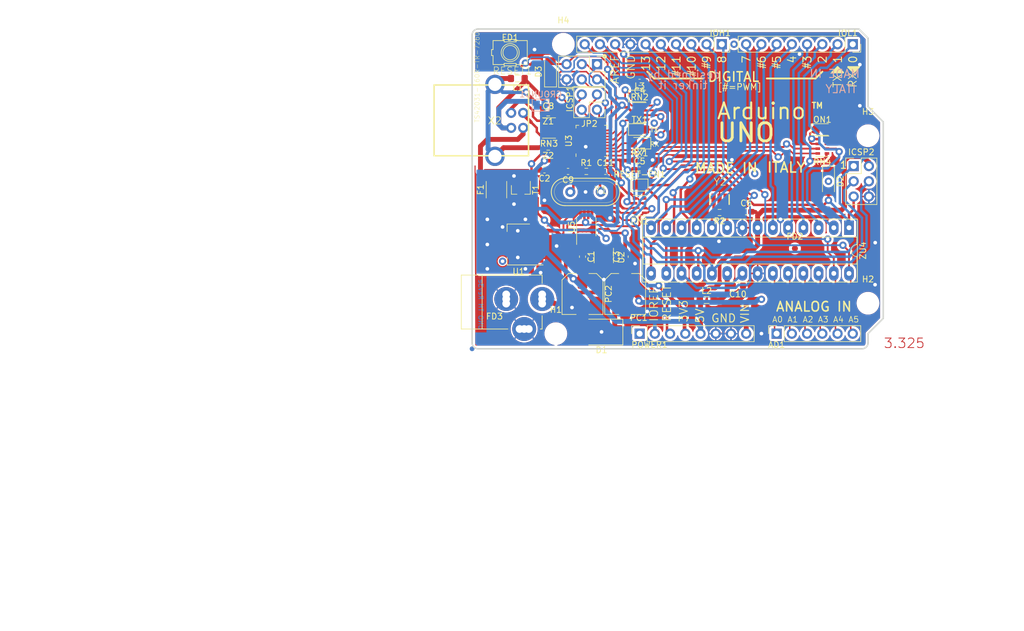
<source format=kicad_pcb>
(kicad_pcb (version 20211014) (generator pcbnew)
  (layers (0 "F.Cu" signal "Top") (31 "B.Cu" signal "Bottom") (34 "B.Paste" user) (35 "F.Paste" user) (36 "B.SilkS" user "B.Silkscreen") (37 "F.SilkS" user "F.Silkscreen") (38 "B.Mask" user) (39 "F.Mask" user) (44 "Edge.Cuts" user))
  (net 0 "")
  (net 1 "+5V")
  (net 2 "GND")
  (net 3 "5-GND")
  (net 4 "/AD5/SCL")
  (net 5 "/AD4/SDA")
  (net 6 "/AD3")
  (net 7 "/AD2")
  (net 8 "/AD1")
  (net 9 "/AD0")
  (net 10 "/AREF")
  (net 11 "/AVCC")
  (net 12 "/SCK")
  (net 13 "/MISO")
  (net 14 "/MOSI")
  (net 15 "/SS")
  (net 16 "/IO9")
  (net 17 "/IO8")
  (net 18 "/IO7")
  (net 19 "/IO6")
  (net 20 "/IO5")
  (net 21 "/XTAL2")
  (net 22 "/XTAL1")
  (net 23 "/IO4")
  (net 24 "/IO3")
  (net 25 "/IO2")
  (net 26 "/IO1")
  (net 27 "/IO0")
  (net 28 "/RESET")
  (net 29 "/VIN")
  (net 30 "Net-(RN2-Pad7)")
  (net 31 "/RXLED")
  (net 32 "Net-(RN2-Pad6)")
  (net 33 "/TXLED")
  (net 34 "/PWRIN")
  (net 35 "/USHIELD")
  (net 36 "/UGND")
  (net 37 "/D+")
  (net 38 "/D-")
  (net 39 "/XUSB")
  (net 40 "/USBVCC")
  (net 41 "/GATE_CMD")
  (net 42 "/RD-")
  (net 43 "/RD+")
  (net 44 "/TP_VUCAP")
  (net 45 "Net-(U3-Pad26)")
  (net 46 "Net-(U3-Pad25)")
  (net 47 "/RESET2")
  (net 48 "Net-(U3-Pad23)")
  (net 49 "Net-(U3-Pad22)")
  (net 50 "/PB7")
  (net 51 "/PB6")
  (net 52 "/PB5")
  (net 53 "/PB4")
  (net 54 "/MISO2")
  (net 55 "/MOSI2")
  (net 56 "/SCK2")
  (net 57 "Net-(U3-Pad14)")
  (net 58 "/DTR")
  (net 59 "Net-(U3-Pad12)")
  (net 60 "/M8RXD")
  (net 61 "/M8TXD")
  (net 62 "Net-(U3-Pad7)")
  (net 63 "Net-(U3-Pad6)")
  (net 64 "Net-(U3-Pad5)")
  (net 65 "/XT2")
  (net 66 "/XT1")
  (net 67 "/L13")
  (net 68 "/CMP")
  (net 69 "Net-(RN3-Pad7)")
  (net 70 "Net-(RN3-Pad6)")
  (net 71 "Net-(RN3-Pad3)")
  (net 72 "Net-(RN3-Pad2)")
  (net 73 "/+3V3")
  (net 74 "Net-(U2-Pad4)")
  (net 75 "Net-(ON1-PadA)")
  (net 76 "Net-(L3-PadA)")
  (net 77 "Net-(POWER1-Pad1)")
  (net 78 "Net-(ORIGIN1-PadX)")
  (footprint "Connector_PinSocket_2.54mm:PinSocket_1x08_P2.54mm_Vertical" (layer "F.Cu") (at 177.7 80.8736 -90)
    (fp_text reference "IOL1")
    (fp_text value "8x1F-H8.5")
  )
  (footprint "Capacitor_SMD:C_0603_1608Metric_Pad1.08x0.95mm_HandSolder" (layer "F.Cu") (at 126.2761 101.8286 180)
    (fp_text reference "C2")
    (fp_text value "100n")
  )
  (footprint "Capacitor_SMD:C_Elec_6.3x5.4" (layer "F.Cu") (at 139.7381 122.5296 -90)
    (fp_text reference "PC1")
    (fp_text value "47u")
  )
  (footprint "Capacitor_SMD:C_Elec_6.3x5.4" (layer "F.Cu") (at 132.6261 122.5296 -90)
    (fp_text reference "PC2")
    (fp_text value "47u")
  )
  (footprint "LED_SMD:LED_0805_2012Metric_Pad1.15x1.40mm_HandSolder" (layer "F.Cu") (at 172.6311 95.0976)
    (fp_text reference "ON1")
    (fp_text value "GREEN")
  )
  (footprint "LED_SMD:LED_0805_2012Metric_Pad1.15x1.40mm_HandSolder" (layer "F.Cu") (at 142.1511 97.3836 180)
    (fp_text reference "RX1")
    (fp_text value "YELLOW")
  )
  (footprint "LED_SMD:LED_0805_2012Metric_Pad1.15x1.40mm_HandSolder" (layer "F.Cu") (at 142.1511 95.0976)
    (fp_text reference "TX1")
    (fp_text value "YELLOW")
  )
  (footprint "Diode_SMD:D_SMB" (layer "F.Cu") (at 135.8011 128.8796 180)
    (fp_text reference "D1")
    (fp_text value "M7")
  )
  (footprint "UNO-TH_Rev3e:POWERSUPPLY_DC-21MM" (layer "F.Cu") (at 119.5451 123.2916 90)
    (fp_text reference "X1" hide)
    (fp_text value "POWERSUPPLY_DC21MMX")
  )
  (footprint "Fiducial:Fiducial_1mm_Mask2mm" (layer "F.Cu") (at 120.5611 81.7626)
    (fp_text reference "FD1")
    (fp_text value "FIDUCIALMOUNT")
  )
  (footprint "Fiducial:Fiducial_1mm_Mask2mm" (layer "F.Cu") (at 168.0511 114.9326)
    (fp_text reference "FD2")
    (fp_text value "FIDUCIALMOUNT")
  )
  (footprint "Fiducial:Fiducial_1mm_Mask2mm" (layer "F.Cu") (at 117.9411 128.2636)
    (fp_text reference "FD3")
    (fp_text value "FIDUCIALMOUNT")
  )
  (footprint "UNO-TH_Rev3e:PN61729" (layer "F.Cu") (at 118.0211 93.5736 -90)
    (fp_text reference "X2")
    (fp_text value "USB-B_TH")
  )
  (footprint "Package_TO_SOT_SMD:SOT-223" (layer "F.Cu") (at 121.9581 114.2746 180)
    (fp_text reference "U1")
    (fp_text value "NCP1117ST50T3G")
  )
  (footprint "Capacitor_SMD:C_0603_1608Metric_Pad1.08x0.95mm_HandSolder" (layer "F.Cu") (at 142.1511 87.2236 180)
    (fp_text reference "C4")
    (fp_text value "100n")
  )
  (footprint "Fuse:Fuse_1812_4532Metric_Pad1.30x3.40mm_HandSolder" (layer "F.Cu") (at 118.2751 105.1306 90)
    (fp_text reference "F1")
    (fp_text value "MF-MSMF050-2 500mA")
  )
  (footprint "Capacitor_SMD:C_0603_1608Metric_Pad1.08x0.95mm_HandSolder" (layer "F.Cu") (at 142.1511 100.1776)
    (fp_text reference "C7")
    (fp_text value "100n")
  )
  (footprint "LED_SMD:LED_0805_2012Metric_Pad1.15x1.40mm_HandSolder" (layer "F.Cu") (at 142.1511 89.5096)
    (fp_text reference "L3")
    (fp_text value "YELLOW")
  )
  (footprint "Package_TO_SOT_SMD:SOT-23" (layer "F.Cu") (at 122.3391 105.1306 -90)
    (fp_text reference "T1")
    (fp_text value "FDN340P")
  )
  (footprint "Capacitor_SMD:C_0603_1608Metric_Pad1.08x0.95mm_HandSolder" (layer "F.Cu") (at 132.6261 116.3066 -90)
    (fp_text reference "C1")
    (fp_text value "100n")
  )
  (footprint "Package_DFN_QFN:QFN-32-1EP_5x5mm_P0.5mm_EP3.3x3.3mm" (layer "F.Cu") (at 134.1501 97.0026 90)
    (fp_text reference "U3")
    (fp_text value "ATMEGA16U2-MU(R)")
  )
  (footprint "Capacitor_SMD:C_0603_1608Metric_Pad1.08x0.95mm_HandSolder" (layer "F.Cu") (at 142.1511 101.8286)
    (fp_text reference "C5")
    (fp_text value "100n")
  )
  (footprint "Connector_PinHeader_2.54mm:PinHeader_2x03_P2.54mm_Vertical" (layer "F.Cu") (at 135.05 84.2 -90)
    (fp_text reference "ICSP1")
    (fp_text value "3x2 M")
  )
  (footprint "Resistor_SMD:R_0603_1608Metric_Pad0.98x0.95mm_HandSolder" (layer "F.Cu") (at 126.9111 92.3036 180)
    (fp_text reference "Z1")
    (fp_text value "CG0603MLC-05E")
  )
  (footprint "Resistor_SMD:R_0603_1608Metric_Pad0.98x0.95mm_HandSolder" (layer "F.Cu") (at 126.9111 98.0186 180)
    (fp_text reference "Z2")
    (fp_text value "CG0603MLC-05E")
  )
  (footprint "Inductor_SMD:L_0805_2012Metric_Pad1.05x1.20mm_HandSolder" (layer "F.Cu") (at 121.8311 86.5886 180)
    (fp_text reference "L1")
    (fp_text value "BLM21")
  )
  (footprint "Jumper:SolderJumper-2_P1.3mm_Open_Pad1.0x1.5mm" (layer "F.Cu") (at 142.1511 104.3686)
    (fp_text reference "RESET-EN1")
    (fp_text value "SJ")
  )
  (footprint "Resistor_SMD:R_0603_1608Metric_Pad0.98x0.95mm_HandSolder" (layer "F.Cu") (at 155.4861 108.9406 180)
    (fp_text reference "R2")
    (fp_text value "1M")
  )
  (footprint "Resistor_SMD:R_Cat16-4" (layer "F.Cu") (at 142.1511 92.3036)
    (fp_text reference "RN2")
    (fp_text value "1K")
  )
  (footprint "Resistor_SMD:R_Cat16-4" (layer "F.Cu") (at 142.1511 107.7976 180)
    (fp_text reference "RN1")
    (fp_text value "10K")
  )
  (footprint "Capacitor_SMD:C_0603_1608Metric_Pad1.08x0.95mm_HandSolder" (layer "F.Cu") (at 159.9311 108.8136)
    (fp_text reference "C6")
    (fp_text value "100n")
  )
  (footprint "Capacitor_SMD:C_0603_1608Metric_Pad1.08x0.95mm_HandSolder" (layer "F.Cu") (at 126.9111 89.7636 180)
    (fp_text reference "C8")
    (fp_text value "1u")
  )
  (footprint "Resistor_SMD:R_Cat16-4" (layer "F.Cu") (at 172.6311 97.8916 180)
    (fp_text reference "RN4")
    (fp_text value "1K")
  )
  (footprint "Resistor_SMD:R_Cat16-4" (layer "F.Cu") (at 127.0381 94.8436 180)
    (fp_text reference "RN3")
    (fp_text value "22R")
  )
  (footprint "Capacitor_SMD:C_0603_1608Metric_Pad1.08x0.95mm_HandSolder" (layer "F.Cu") (at 139.7381 116.3066 90)
    (fp_text reference "C3")
    (fp_text value "1u")
  )
  (footprint "Resistor_SMD:R_0603_1608Metric_Pad0.98x0.95mm_HandSolder" (layer "F.Cu") (at 133.2611 102.0826)
    (fp_text reference "R1")
    (fp_text value "1M")
  )
  (footprint "Capacitor_SMD:C_0603_1608Metric_Pad1.08x0.95mm_HandSolder" (layer "F.Cu") (at 130.2131 102.0826 180)
    (fp_text reference "C9")
    (fp_text value "22p")
  )
  (footprint "Capacitor_SMD:C_0603_1608Metric_Pad1.08x0.95mm_HandSolder" (layer "F.Cu") (at 136.4361 102.0826)
    (fp_text reference "C11")
    (fp_text value "22p")
  )
  (footprint "Connector_PinHeader_2.54mm:PinHeader_2x02_P2.54mm_Vertical" (layer "F.Cu") (at 135.0391 91.7956 180)
    (fp_text reference "JP2")
    (fp_text value "2x2 M - NM")
  )
  (footprint "Package_SO:MSOP-8_3x3mm_P0.65mm" (layer "F.Cu") (at 133.2611 111.3536 90)
    (fp_text reference "U5")
    (fp_text value "LMV358IDGKR")
  )
  (footprint "UNO-TH_Rev3e:TS42" (layer "F.Cu") (at 120.5611 82.2706)
    (fp_text reference "RESET1")
    (fp_text value "TS42031-160R-TR-7260")
  )
  (footprint "UNO-TH_Rev3e:RESONATOR" (layer "F.Cu") (at 155.4861 106.7816)
    (fp_text reference "Y2")
    (fp_text value "CSTCE16M0V53-R0 16MHZ")
  )
  (footprint "Package_TO_SOT_SMD:SOT-23-5_HandSoldering" (layer "F.Cu") (at 136.1821 116.4336 -90)
    (fp_text reference "U2")
    (fp_text value "LP2985-33DBVR")
  )
  (footprint "Connector_PinSocket_2.54mm:PinSocket_1x08_P2.54mm_Vertical" (layer "F.Cu") (at 142.15 129.15 90)
    (fp_text reference "POWER1")
    (fp_text value "8x1F-H8.5")
  )
  (footprint "Diode_SMD:D_MiniMELF" (layer "F.Cu") (at 173.6471 103.7336 -90)
    (fp_text reference "D2")
    (fp_text value "CD1206-S01575")
  )
  (footprint "Diode_SMD:D_MiniMELF" (layer "F.Cu") (at 127.2921 85.4456 90)
    (fp_text reference "D3")
    (fp_text value "CD1206-S01575")
  )
  (footprint "UNO-TH_Rev3e:QS" (layer "F.Cu") (at 133.1341 105.5116 180)
    (fp_text reference "Y1")
    (fp_text value "16MHz")
  )
  (footprint "UNO-TH_Rev3e:TP-SP" (layer "F.Cu") (at 114.2111 131.6736)
    (fp_text reference "ORIGIN1")
    (fp_text value "TP_SP" hide)
  )
  (footprint "UNO-TH_Rev3e:TP-SP" (layer "F.Cu") (at 157.3911 129.1336)
    (fp_text reference "GND_TP2")
    (fp_text value "TP_SP" hide)
  )
  (footprint "UNO-TH_Rev3e:TP-SP" (layer "F.Cu") (at 127.4191 123.4186)
    (fp_text reference "TP_PWRIN1")
    (fp_text value "TP_SP" hide)
  )
  (footprint "UNO-TH_Rev3e:TP-SP" (layer "F.Cu") (at 159.9311 129.1336)
    (fp_text reference "TP_VIN1")
    (fp_text value "TP_SP" hide)
  )
  (footprint "UNO-TH_Rev3e:TP-SP" (layer "F.Cu") (at 152.3111 129.1336)
    (fp_text reference "TP_5V2")
    (fp_text value "TP_SP" hide)
  )
  (footprint "UNO-TH_Rev3e:TP-SP" (layer "F.Cu") (at 149.7711 129.1336)
    (fp_text reference "TP_3V3")
    (fp_text value "TP_SP" hide)
  )
  (footprint "UNO-TH_Rev3e:TP-SP" (layer "F.Cu") (at 147.2311 129.1336)
    (fp_text reference "TP_RESET1")
    (fp_text value "TP_SP" hide)
  )
  (footprint "UNO-TH_Rev3e:TP-SP" (layer "F.Cu") (at 165.0111 129.1336)
    (fp_text reference "TP_A0")
    (fp_text value "TP_SP" hide)
  )
  (footprint "UNO-TH_Rev3e:TP-SP" (layer "F.Cu") (at 167.5511 129.1336)
    (fp_text reference "TP_A1")
    (fp_text value "TP_SP" hide)
  )
  (footprint "UNO-TH_Rev3e:TP-SP" (layer "F.Cu") (at 170.0911 129.1336)
    (fp_text reference "TP_A2")
    (fp_text value "TP_SP" hide)
  )
  (footprint "UNO-TH_Rev3e:TP-SP" (layer "F.Cu") (at 172.6311 129.1336)
    (fp_text reference "TP_A3")
    (fp_text value "TP_SP" hide)
  )
  (footprint "UNO-TH_Rev3e:TP-SP" (layer "F.Cu") (at 175.1711 129.1336)
    (fp_text reference "TP_A4")
    (fp_text value "TP_SP" hide)
  )
  (footprint "UNO-TH_Rev3e:TP-SP" (layer "F.Cu") (at 177.7111 129.1336)
    (fp_text reference "TP_A5")
    (fp_text value "TP_SP" hide)
  )
  (footprint "UNO-TH_Rev3e:TP-SP" (layer "F.Cu") (at 177.7111 80.8736)
    (fp_text reference "TP_0")
    (fp_text value "TP_SP" hide)
  )
  (footprint "UNO-TH_Rev3e:TP-SP" (layer "F.Cu") (at 175.1711 80.8736)
    (fp_text reference "TP_1")
    (fp_text value "TP_SP" hide)
  )
  (footprint "UNO-TH_Rev3e:TP-SP" (layer "F.Cu") (at 172.6311 80.8736)
    (fp_text reference "TP_2")
    (fp_text value "TP_SP" hide)
  )
  (footprint "UNO-TH_Rev3e:TP-SP" (layer "F.Cu") (at 170.0911 80.8736)
    (fp_text reference "TP_3")
    (fp_text value "TP_SP" hide)
  )
  (footprint "UNO-TH_Rev3e:TP-SP" (layer "F.Cu") (at 167.5511 80.8736)
    (fp_text reference "TP_4")
    (fp_text value "TP_SP" hide)
  )
  (footprint "UNO-TH_Rev3e:TP-SP" (layer "F.Cu") (at 165.0111 80.8736)
    (fp_text reference "TP_5")
    (fp_text value "TP_SP" hide)
  )
  (footprint "UNO-TH_Rev3e:TP-SP" (layer "F.Cu") (at 162.4711 80.8736)
    (fp_text reference "TP_6")
    (fp_text value "TP_SP" hide)
  )
  (footprint "UNO-TH_Rev3e:TP-SP" (layer "F.Cu") (at 159.9311 80.8736)
    (fp_text reference "TP_7")
    (fp_text value "TP_SP" hide)
  )
  (footprint "UNO-TH_Rev3e:TP-SP" (layer "F.Cu") (at 155.8671 80.8736)
    (fp_text reference "TP_8")
    (fp_text value "TP_SP" hide)
  )
  (footprint "UNO-TH_Rev3e:TP-SP" (layer "F.Cu") (at 153.3271 80.8736)
    (fp_text reference "TP_9")
    (fp_text value "TP_SP" hide)
  )
  (footprint "UNO-TH_Rev3e:TP-SP" (layer "F.Cu") (at 150.7871 80.8736)
    (fp_text reference "TP_10")
    (fp_text value "TP_SP" hide)
  )
  (footprint "UNO-TH_Rev3e:TP-SP" (layer "F.Cu") (at 148.2471 80.8736)
    (fp_text reference "TP_11")
    (fp_text value "TP_SP" hide)
  )
  (footprint "UNO-TH_Rev3e:TP-SP" (layer "F.Cu") (at 145.7071 80.8736)
    (fp_text reference "TP_12")
    (fp_text value "TP_SP" hide)
  )
  (footprint "UNO-TH_Rev3e:TP-SP" (layer "F.Cu") (at 143.1671 80.8736)
    (fp_text reference "TP_13")
    (fp_text value "TP_SP" hide)
  )
  (footprint "UNO-TH_Rev3e:TP-SP" (layer "F.Cu") (at 138.0871 80.8736)
    (fp_text reference "TP_AREF1")
    (fp_text value "TP_SP" hide)
  )
  (footprint "UNO-TH_Rev3e:TP-SP" (layer "F.Cu") (at 135.5471 80.8736)
    (fp_text reference "TP_SDA1")
    (fp_text value "TP_SP" hide)
  )
  (footprint "UNO-TH_Rev3e:TP-SP" (layer "F.Cu") (at 133.0071 80.8736)
    (fp_text reference "TP_SCL1")
    (fp_text value "TP_SP" hide)
  )
  (footprint "UNO-TH_Rev3e:TP-SP" (layer "F.Cu") (at 156.7561 111.4806)
    (fp_text reference "TP_XT1")
    (fp_text value "TP_SP" hide)
  )
  (footprint "UNO-TH_Rev3e:TP-SP" (layer "F.Cu") (at 154.2161 111.4806)
    (fp_text reference "TP_XT2")
    (fp_text value "TP_SP" hide)
  )
  (footprint "UNO-TH_Rev3e:TP-SP" (layer "F.Cu") (at 170.8531 96.6216)
    (fp_text reference "TP_ONL1")
    (fp_text value "TP_SP" hide)
  )
  (footprint "UNO-TH_Rev3e:TP-SP" (layer "F.Cu") (at 166.6621 97.5106)
    (fp_text reference "TP_RX1")
    (fp_text value "TP_SP" hide)
  )
  (footprint "UNO-TH_Rev3e:TP-SP" (layer "F.Cu") (at 165.2651 99.6696)
    (fp_text reference "TP_TX1")
    (fp_text value "TP_SP" hide)
  )
  (footprint "UNO-TH_Rev3e:TP-SP" (layer "F.Cu") (at 145.5801 92.9386)
    (fp_text reference "TP_TXL1")
    (fp_text value "TP_SP" hide)
  )
  (footprint "UNO-TH_Rev3e:TP-SP" (layer "F.Cu") (at 145.5801 95.9866)
    (fp_text reference "TP_RXL1")
    (fp_text value "TP_SP" hide)
  )
  (footprint "UNO-TH_Rev3e:TP-SP" (layer "F.Cu") (at 140.1191 101.8286)
    (fp_text reference "TP_DTR1")
    (fp_text value "TP_SP" hide)
  )
  (footprint "UNO-TH_Rev3e:TP-SP" (layer "F.Cu") (at 124.1171 100.8126)
    (fp_text reference "TP_USBVCC1")
    (fp_text value "TP_SP" hide)
  )
  (footprint "UNO-TH_Rev3e:TP-SP" (layer "F.Cu") (at 129.1971 89.7636)
    (fp_text reference "TP_VUCAP1")
    (fp_text value "TP_SP" hide)
  )
  (footprint "UNO-TH_Rev3e:TP-SP" (layer "F.Cu") (at 130.5941 105.5116)
    (fp_text reference "TP_XT3")
    (fp_text value "TP_SP" hide)
  )
  (footprint "UNO-TH_Rev3e:TP-SP" (layer "F.Cu") (at 135.6741 105.5116)
    (fp_text reference "TP_XT4")
    (fp_text value "TP_SP" hide)
  )
  (footprint "UNO-TH_Rev3e:TP-SP" (layer "F.Cu") (at 135.0391 91.7956)
    (fp_text reference "TP_PB4")
    (fp_text value "TP_SP" hide)
  )
  (footprint "UNO-TH_Rev3e:TP-SP" (layer "F.Cu") (at 135.0391 89.2556)
    (fp_text reference "TP_PB5")
    (fp_text value "TP_SP" hide)
  )
  (footprint "UNO-TH_Rev3e:TP-SP" (layer "F.Cu") (at 132.4991 91.7956)
    (fp_text reference "TP_PB6")
    (fp_text value "TP_SP" hide)
  )
  (footprint "UNO-TH_Rev3e:TP-SP" (layer "F.Cu") (at 132.4991 89.2556)
    (fp_text reference "TP_PB7")
    (fp_text value "TP_SP" hide)
  )
  (footprint "UNO-TH_Rev3e:TP-SP" (layer "F.Cu") (at 135.0391 84.1756)
    (fp_text reference "TP_MISO2")
    (fp_text value "TP_SP" hide)
  )
  (footprint "UNO-TH_Rev3e:TP-SP" (layer "F.Cu") (at 129.9591 84.1756)
    (fp_text reference "TP_RESET2")
    (fp_text value "TP_SP" hide)
  )
  (footprint "UNO-TH_Rev3e:TP-SP" (layer "F.Cu") (at 132.4991 86.7156)
    (fp_text reference "TP_MOSI2")
    (fp_text value "TP_SP" hide)
  )
  (footprint "UNO-TH_Rev3e:TP-SP" (layer "F.Cu") (at 132.4991 84.1756)
    (fp_text reference "TP_SCK2")
    (fp_text value "TP_SP" hide)
  )
  (footprint "UNO-TH_Rev3e:TP-SP" (layer "F.Cu") (at 122.7201 94.8436)
    (fp_text reference "TP_XUSB1")
    (fp_text value "TP_SP" hide)
  )
  (footprint "UNO-TH_Rev3e:TP-SP" (layer "F.Cu") (at 122.7201 92.3036)
    (fp_text reference "TP_D-1")
    (fp_text value "TP_SP" hide)
  )
  (footprint "UNO-TH_Rev3e:TP-SP" (layer "F.Cu") (at 120.1801 92.3036)
    (fp_text reference "TP_D+1")
    (fp_text value "TP_SP" hide)
  )
  (footprint "UNO-TH_Rev3e:TP-SP" (layer "F.Cu") (at 123.2281 88.8746)
    (fp_text reference "TP_USH1")
    (fp_text value "TP_SP" hide)
  )
  (footprint "UNO-TH_Rev3e:TP-SP" (layer "F.Cu") (at 120.1801 94.8436)
    (fp_text reference "TP_UGND1")
    (fp_text value "TP_SP" hide)
  )
  (footprint "UNO-TH_Rev3e:TP-SP" (layer "F.Cu") (at 126.2761 110.2106)
    (fp_text reference "TP_GATE1")
    (fp_text value "TP_SP" hide)
  )
  (footprint "UNO-TH_Rev3e:TP-SP" (layer "F.Cu") (at 133.1341 110.5916)
    (fp_text reference "TP_LCMD1")
    (fp_text value "TP_SP" hide)
  )
  (footprint "UNO-TH_Rev3e:TP-SP" (layer "F.Cu") (at 139.7381 88.4936)
    (fp_text reference "TP_LL1")
    (fp_text value "TP_SP" hide)
  )
  (footprint "UNO-TH_Rev3e:TP-SP" (layer "F.Cu") (at 144.1831 108.3056)
    (fp_text reference "TP_CMP1")
    (fp_text value "TP_SP" hide)
  )
  (footprint "UNO-TH_Rev3e:TP-SP" (layer "F.Cu") (at 140.6271 80.8736)
    (fp_text reference "GND_TP1")
    (fp_text value "TP_SP" hide)
  )
  (footprint "UNO-TH_Rev3e:TP-SP" (layer "F.Cu") (at 180.3781 101.1936)
    (fp_text reference "TP_5V1")
    (fp_text value "TP_SP" hide)
  )
  (footprint "Inductor_SMD:L_0805_2012Metric_Pad1.05x1.20mm_HandSolder" (layer "F.Cu") (at 153.3271 123.5456)
    (fp_text reference "L2")
    (fp_text value "10uH")
  )
  (footprint "Capacitor_SMD:C_0603_1608Metric_Pad1.08x0.95mm_HandSolder" (layer "F.Cu") (at 158.5341 121.1326 180)
    (fp_text reference "C10")
    (fp_text value "100n")
  )
  (footprint "Package_DIP:DIP-28_W7.62mm_Socket_LongPads" (layer "F.Cu") (at 177.0761 111.4806 -90)
    (fp_text reference "ZU4")
    (fp_text value "ATMEGA328P-PU")
  )
  (footprint "Connector_PinSocket_2.54mm:PinSocket_1x10_P2.54mm_Vertical" (layer "F.Cu") (at 155.85 80.8736 -90)
    (fp_text reference "IOH1")
    (fp_text value "10x1F-H8.5")
  )
  (footprint "MountingHole:MountingHole_3mm" (layer "F.Cu") (at 128.18 129.15)
    (fp_text reference "H1")
    (fp_text value "MountingHole_3mm")
  )
  (footprint "MountingHole:MountingHole_3mm" (layer "F.Cu") (at 180.24 124.07)
    (fp_text reference "H2")
    (fp_text value "MountingHole_3mm")
  )
  (footprint "UNO-TH_Rev3e:FRAME" (layer "F.Cu") (at 114.2111 131.6736)
    (fp_text reference "FRAME1" hide)
    (fp_text value "DNP" hide)
  )
  (footprint "Connector_PinSocket_2.54mm:PinSocket_1x06_P2.54mm_Vertical" (layer "F.Cu") (at 165 129.15 90)
    (fp_text reference "AD1")
    (fp_text value "6x1F-H8.5")
  )
  (footprint "Connector_PinHeader_2.54mm:PinHeader_2x03_P2.54mm_Vertical" (layer "F.Cu") (at 177.85 101.1936)
    (fp_text reference "ICSP2")
    (fp_text value "3x2 M")
  )
  (footprint "MountingHole:MountingHole_3mm" (layer "F.Cu") (at 180.24 96.13)
    (fp_text reference "H3")
    (fp_text value "MountingHole_3mm")
  )
  (footprint "MountingHole:MountingHole_3mm" (layer "F.Cu") (at 129.434 80.8736)
    (fp_text reference "H4")
    (fp_text value "MountingHole_3mm")
  )
  (footprint "Jumper:SolderJumper-2_P1.3mm_Open_Pad1.0x1.5mm" (layer "B.Cu") (at 125.6411 91.0336 180)
    (fp_text reference "GROUND1")
    (fp_text value "SJ")
  )
  (gr_line (start 174.6631 85.4456) (end 175.1711 84.9376) (layer "F.SilkS") (width 0.3048))
  (gr_line (start 175.1711 84.9376) (end 175.6791 85.4456) (layer "F.SilkS") (width 0.3048))
  (gr_line (start 176.0601 85.5726) (end 175.1711 84.6836) (layer "F.SilkS") (width 0.3048))
  (gr_line (start 175.1711 84.6836) (end 174.2821 85.5726) (layer "F.SilkS") (width 0.3048))
  (gr_line (start 178.7271 84.6836) (end 176.9491 84.6836) (layer "F.SilkS") (width 0.3048))
  (gr_line (start 176.9491 84.6836) (end 177.8381 85.5726) (layer "F.SilkS") (width 0.3048))
  (gr_line (start 177.8381 85.5726) (end 178.7271 84.6836) (layer "F.SilkS") (width 0.3048))
  (gr_line (start 174.2821 85.5726) (end 176.0601 85.5726) (layer "F.SilkS") (width 0.3048))
  (gr_circle (center 136.3091 82.9056) (end 136.5631 82.9056) (layer "F.SilkS") (width 0.254) (fill none))
  (gr_line (start 175.6791 85.4456) (end 174.9171 85.4456) (layer "F.SilkS") (width 0.3048))
  (gr_line (start 171.4881 86.5886) (end 163.3601 86.5886) (layer "F.SilkS") (width 0.3048))
  (gr_line (start 177.8381 85.3186) (end 177.4571 84.9376) (layer "F.SilkS") (width 0.3048))
  (gr_line (start 177.4571 84.9376) (end 177.9651 84.9376) (layer "F.SilkS") (width 0.3048))
  (gr_line (start 174.9171 85.4456) (end 175.2981 85.1916) (layer "F.SilkS") (width 0.3048))
  (gr_line (start 172.6311 85.4456) (end 171.4881 86.5886) (layer "F.SilkS") (width 0.3048))
  (gr_line (start 178.3461 84.8106) (end 177.8381 85.3186) (layer "F.SilkS") (width 0.3048))
  (gr_line (start 177.3301 84.8106) (end 178.3461 84.8106) (layer "F.SilkS") (width 0.3048))
  (gr_line (start 152.6921 86.5886) (end 144.5641 86.5886) (layer "F.SilkS") (width 0.3048))
  (gr_line (start 177.8381 85.0646) (end 177.8381 85.1916) (layer "F.SilkS") (width 0.3048))
  (gr_line (start 144.5641 86.5886) (end 143.4211 85.4456) (layer "F.SilkS") (width 0.3048))
  (gr_line (start 182.7911 126.5936) (end 180.2511 129.1336) (layer "Edge.Cuts") (width 0.254))
  (gr_line (start 182.7911 93.8276) (end 182.7911 126.5936) (layer "Edge.Cuts") (width 0.254))
  (gr_line (start 178.7271 78.3336) (end 180.2511 79.8576) (layer "Edge.Cuts") (width 0.254))
  (gr_line (start 180.2511 129.1336) (end 180.2511 130.6736) (layer "Edge.Cuts") (width 0.254))
  (gr_arc (start 180.2511 130.6736) (mid 179.958207 131.380707) (end 179.2511 131.6736) (layer "Edge.Cuts") (width 0.254))
  (gr_arc (start 115.2111 131.6736) (mid 114.503993 131.380707) (end 114.2111 130.6736) (layer "Edge.Cuts") (width 0.254))
  (gr_line (start 114.2111 130.6736) (end 114.2111 79.3336) (layer "Edge.Cuts") (width 0.254))
  (gr_line (start 115.2111 78.3336) (end 178.7271 78.3336) (layer "Edge.Cuts") (width 0.254))
  (gr_line (start 179.2511 131.6736) (end 115.2111 131.6736) (layer "Edge.Cuts") (width 0.254))
  (gr_line (start 180.2511 91.2876) (end 182.7911 93.8276) (layer "Edge.Cuts") (width 0.254))
  (gr_arc (start 114.2111 79.3336) (mid 114.503993 78.626493) (end 115.2111 78.3336) (layer "Edge.Cuts") (width 0.254))
  (gr_line (start 180.2511 79.8576) (end 180.2511 91.2876) (layer "Edge.Cuts") (width 0.254))
  (gr_text "3.325" (at 182.7911 131.6736) (layer "F.Cu") (effects (font (size 1.59258 1.59258) (thickness 0.134112)) (justify left bottom)))
  (gr_text "UNO TH Rev3e" (at 116.1161 119.9896 -90) (layer "B.Cu") (effects (font (size 0.77216 0.77216) (thickness 0.12192)) (justify right top mirror)))
  (gr_text "MADE IN" (at 178.9811 86.5886) (layer "B.SilkS") (effects (font (size 1.35128 1.35128) (thickness 0.170688)) (justify left bottom mirror)))
  (gr_text "ITALY" (at 178.3461 89.1286) (layer "B.SilkS") (effects (font (size 1.35128 1.35128) (thickness 0.170688)) (justify left bottom mirror)))
  (gr_text "designed by" (at 155.7401 86.7156) (layer "B.SilkS") (effects (font (size 1.35128 1.35128) (thickness 0.170688)) (justify left bottom mirror)))
  (gr_text "tinker it" (at 153.5811 88.4936) (layer "B.SilkS") (effects (font (size 1.35128 1.35128) (thickness 0.170688)) (justify left bottom mirror)))
  (gr_text "IOREF" (at 145.3261 127.2286 90) (layer "F.SilkS") (effects (font (size 1.35128 1.35128) (thickness 0.14224)) (justify left bottom)))
  (gr_text "GND" (at 139.8841 82.5368 90) (layer "F.SilkS") (effects (font (size 1.35128 1.35128) (thickness 0.14224)) (justify right top)))
  (gr_text "A0" (at 164.1997 127.3434) (layer "F.SilkS") (effects (font (size 0.9652 0.9652) (thickness 0.12192)) (justify left bottom)))
  (gr_text "DIGITAL" (at 153.3635 87.2594) (layer "F.SilkS") (effects (font (size 1.59258 1.59258) (thickness 0.25146)) (justify left bottom)))
  (gr_text "ANALOG IN" (at 164.7571 125.5776) (layer "F.SilkS") (effects (font (size 1.59258 1.59258) (thickness 0.25146)) (justify left bottom)))
  (gr_text "5V" (at 153 127.5 90) (layer "F.SilkS") (effects (font (size 1.35128 1.35128) (thickness 0.170688)) (justify left bottom)))
  (gr_text "AREF" (at 137.2279 82.5114 90) (layer "F.SilkS") (effects (font (size 1.35128 1.35128) (thickness 0.14224)) (justify right top)))
  (gr_text "1" (at 175.4575 101.7292) (layer "F.SilkS") (effects (font (size 1.2065 1.2065) (thickness 0.1905)) (justify left bottom)))
  (gr_text "TX" (at 145.3261 94.7166) (layer "F.SilkS") (effects (font (size 0.77216 0.77216) (thickness 0.12192)) (justify right top)))
  (gr_text "RX" (at 143.8021 98.0186) (layer "F.SilkS") (effects (font (size 0.77216 0.77216) (thickness 0.12192)) (justify left bottom)))
  (gr_text "A2" (at 169.2797 127.3434) (layer "F.SilkS") (effects (font (size 0.9652 0.9652) (thickness 0.12192)) (justify left bottom)))
  (gr_text "VIN" (at 160.5 127.5 90) (layer "F.SilkS") (effects (font (size 1.35128 1.35128) (thickness 0.170688)) (justify left bottom)))
  (gr_text "RESET" (at 147.4851 127.2286 90) (layer "F.SilkS") (effects (font (size 1.35128 1.35128) (thickness 0.14224)) (justify left bottom)))
  (gr_text "12" (at 144.9451 82.6516 90) (layer "F.SilkS") (effects (font (size 1.35128 1.35128) (thickness 0.170688)) (justify right top)))
  (gr_text "TM" (at 170.7261 91.6686) (layer "F.SilkS") (effects (font (size 0.9652 0.9652) (thickness 0.2032)) (justify left bottom)))
  (gr_text "UNO" (at 154.8511 97.3836) (layer "F.SilkS") (effects (font (size 3.01625 3.01625) (thickness 0.47625)) (justify left bottom)))
  (gr_text "13" (at 142.4051 82.6516 90) (layer "F.SilkS") (effects (font (size 1.35128 1.35128) (thickness 0.170688)) (justify right top)))
  (gr_text "ITALY" (at 163.2641 102.4126) (layer "F.SilkS") (effects (font (size 1.6891 1.6891) (thickness 0.2667)) (justify left bottom)))
  (gr_text "A3" (at 171.8197 127.3434) (layer "F.SilkS") (effects (font (size 0.9652 0.9652) (thickness 0.12192)) (justify left bottom)))
  (gr_text "11" (at 147.4851 82.6516 90) (layer "F.SilkS") (effects (font (size 1.35128 1.35128) (thickness 0.170688)) (justify right top)))
  (gr_text "10" (at 150.0251 82.6516 90) (layer "F.SilkS") (effects (font (size 1.35128 1.35128) (thickness 0.170688)) (justify right top)))
  (gr_text "3V3" (at 150.2791 127.3556 90) (layer "F.SilkS") (effects (font (size 1.35128 1.35128) (thickness 0.14224)) (justify left bottom)))
  (gr_text "A1" (at 166.7397 127.3434) (layer "F.SilkS") (effects (font (size 0.9652 0.9652) (thickness 0.12192)) (justify left bottom)))
  (gr_text "TX" (at 175.9287 88.2274 90) (layer "F.SilkS") (effects (font (size 1.35128 1.35128) (thickness 0.14224)) (justify left bottom)))
  (gr_text "A5" (at 176.8997 127.3434) (layer "F.SilkS") (effects (font (size 0.9652 0.9652) (thickness 0.12192)) (justify left bottom)))
  (gr_text "A4" (at 174.3597 127.3434) (layer "F.SilkS") (effects (font (size 0.9652 0.9652) (thickness 0.12192)) (justify left bottom)))
  (gr_text "GND" (at 154 127.3688) (layer "F.SilkS") (effects (font (size 1.35128 1.35128) (thickness 0.170688)) (justify left bottom)))
  (gr_text "RX" (at 178.4731 88.2396 90) (layer "F.SilkS") (effects (font (size 1.35128 1.35128) (thickness 0.14224)) (justify left bottom)))
  (gr_text "7" (at 159.1691 82.6516 90) (layer "F.SilkS") (effects (font (size 1.35128 1.35128) (thickness 0.170688)) (justify right top)))
  (gr_text "6" (at 161.7091 82.6516 90) (layer "F.SilkS") (effects (font (size 1.35128 1.35128) (thickness 0.170688)) (justify right top)))
  (gr_text "5" (at 164.2491 82.6516 90) (layer "F.SilkS") (effects (font (size 1.35128 1.35128) (thickness 0.170688)) (justify right top)))
  (gr_text "4" (at 166.7891 82.6516 90) (layer "F.SilkS") (effects (font (size 1.35128 1.35128) (thickness 0.170688)) (justify right top)))
  (gr_text "3" (at 169.3291 82.6516 90) (layer "F.SilkS") (effects (font (size 1.35128 1.35128) (thickness 0.170688)) (justify right top)))
  (gr_text "0" (at 176.9491 82.6516 90) (layer "F.SilkS") (effects (font (size 1.35128 1.35128) (thickness 0.170688)) (justify right top)))
  (gr_text "[#=PWM]" (at 155.1051 88.6206) (layer "F.SilkS") (effects (font (size 1.06172 1.06172) (thickness 0.145288)) (justify left bottom)))
  (gr_text "#" (at 148.8821 86.3346 90) (layer "F.SilkS") (effects (font (size 1.06172 1.06172) (thickness 0.145288)) (justify left bottom)))
  (gr_text "9" (at 152.5651 82.6516 90) (layer "F.SilkS") (effects (font (size 1.35128 1.35128) (thickness 0.170688)) (justify right top)))
  (gr_text "#" (at 151.4221 86.3346 90) (layer "F.SilkS") (effects (font (size 1.06172 1.06172) (thickness 0.145288)) (justify left bottom)))
  (gr_text "#" (at 170.5991 85.0646 90) (layer "F.SilkS") (effects (font (size 1.06172 1.06172) (thickness 0.145288)) (justify left bottom)))
  (gr_text "#" (at 153.8351 85.0646 90) (layer "F.SilkS") (effects (font (size 1.06172 1.06172) (thickness 0.145288)) (justify left bottom)))
  (gr_text "2" (at 171.8691 82.6516 90) (layer "F.SilkS") (effects (font (size 1.35128 1.35128) (thickness 0.170688)) (justify right top)))
  (gr_text "#" (at 163.1061 85.0646 90) (layer "F.SilkS") (effects (font (size 1.06172 1.06172) (thickness 0.145288)) (justify left bottom)))
  (gr_text "#" (at 165.5191 85.0646 90) (layer "F.SilkS") (effects (font (size 1.06172 1.06172) (thickness 0.145288)) (justify left bottom)))
  (gr_text "1" (at 174.4091 82.6516 90) (layer "F.SilkS") (effects (font (size 1.35128 1.35128) (thickness 0.170688)) (justify right top)))
  (gr_text "8" (at 155.1051 82.6516 90) (layer "F.SilkS") (effects (font (size 1.35128 1.35128) (thickness 0.170688)) (justify right top)))
  (gr_text "Arduino" (at 154.8511 93.5736) (layer "F.SilkS") (effects (font (size 2.6543 2.6543) (thickness 0.33528)) (justify left bottom)))
  (gr_text "MADE IN" (at 151.1991 102.5396) (layer "F.SilkS") (effects (font (size 1.6891 1.6891) (thickness 0.2667)) (justify left bottom)))
  (segment (start 176.9999 99.6188) (end 177.0761 99.6188) (width 0.8128) (layer "F.Cu") (net 1))
  (segment (start 173.9711 96.6916) (end 173.3061 96.6916) (width 0.3048) (layer "F.Cu") (net 1))
  (segment (start 140.1381 91.3956) (end 140.6461 91.9036) (width 0.4064) (layer "F.Cu") (net 1))
  (segment (start 140.6461 91.9036) (end 141.4761 91.9036) (width 0.3048) (layer "F.Cu") (net 1))
  (segment (start 120.0785 114.2492) (end 125.2347 114.2492) (width 1.016) (layer "F.Cu") (net 1))
  (segment (start 125.2347 114.2492) (end 125.0569 114.2746) (width 0.508) (layer "F.Cu") (net 1))
  (segment (start 174.0281 97.4916) (end 174.0281 96.7486) (width 0.3048) (layer "F.Cu") (net 1))
  (segment (start 141.4761 106.5976) (end 141.5331 106.6546) (width 0.254) (layer "F.Cu") (net 1))
  (segment (start 140.1681 105.7656) (end 140.6441 105.7656) (width 0.4064) (layer "F.Cu") (net 1))
  (segment (start 126.2761 100.3046) (end 125.3871 101.1936) (width 0.6096) (layer "F.Cu") (net 1))
  (segment (start 161.9631 109.3216) (end 162.7251 108.5596) (width 0.8128) (layer "F.Cu") (net 1))
  (segment (start 180.3781 100.5586) (end 180.3781 101.1936) (width 0.8128) (layer "F.Cu") (net 1))
  (segment (start 139.1031 103.9876) (end 138.9761 103.4796) (width 0.4064) (layer "F.Cu") (net 1))
  (segment (start 138.9761 103.4796) (end 138.9761 100.2909) (width 0.4064) (layer "F.Cu") (net 1))
  (segment (start 139.2301 91.0336) (end 139.7381 91.4146) (width 0.4064) (layer "F.Cu") (net 1))
  (segment (start 138.9761 100.2909) (end 141.1488 100.2909) (width 0.6096) (layer "F.Cu") (net 1))
  (segment (start 133.9001 99.9276) (end 133.9001 99.4526) (width 0.2794) (layer "F.Cu") (net 1))
  (segment (start 134.1501 100.3046) (end 133.9001 99.9276) (width 0.2794) (layer "F.Cu") (net 1))
  (segment (start 137.0984 100.3046) (end 134.1501 100.3046) (width 0.4064) (layer "F.Cu") (net 1))
  (segment (start 137.2391 100.1639) (end 137.0984 100.3046) (width 0.4064) (layer "F.Cu") (net 1))
  (segment (start 175.8061 108.5596) (end 176.3141 108.0516) (width 0.8128) (layer "F.Cu") (net 1))
  (segment (start 131.6381 98.7526) (end 131.7001 98.7526) (width 0.2794) (layer "F.Cu") (net 1))
  (segment (start 175.7871 97.4916) (end 174.0281 97.4916) (width 0.3048) (layer "F.Cu") (net 1))
  (segment (start 131.2291 99.1616) (end 131.6381 98.7526) (width 0.3048) (layer "F.Cu") (net 1))
  (segment (start 129.9591 99.1616) (end 131.2291 99.1616) (width 0.4064) (layer "F.Cu") (net 1))
  (segment (start 138.9761 100.2909) (end 138.8491 100.1639) (width 0.4064) (layer "F.Cu") (net 1))
  (segment (start 128.8161 100.3046) (end 129.9591 99.1616) (width 0.4064) (layer "F.Cu") (net 1))
  (segment (start 176.3141 108.0516) (end 176.3141 102.2096) (width 0.8128) (layer "F.Cu") (net 1))
  (segment (start 141.1488 100.2909) (end 141.2621 100.1776) (width 0.6096) (layer "F.Cu") (net 1))
  (segment (start 120.0531 114.2746) (end 120.0785 114.2492) (width 1.016) (layer "F.Cu") (net 1))
  (segment (start 180.3781 101.1936) (end 180.3781 101.2306) (width 0.8128) (layer "F.Cu") (net 1))
  (segment (start 125.3871 101.8286) (end 125.2601 101.9556) (width 0.6096) (layer "F.Cu") (net 1))
  (segment (start 140.6441 105.7656) (end 141.4761 106.5976) (width 0.4064) (layer "F.Cu") (net 1))
  (segment (start 176.3141 100.3046) (end 176.9999 99.6188) (width 0.8128) (layer "F.Cu") (net 1))
  (segment (start 174.0281 97.4916) (end 173.3061 97.4916) (width 0.3048) (layer "F.Cu") (net 1))
  (segment (start 140.6461 91.9036) (end 140.6841 92.7036) (width 0.3048) (layer "F.Cu") (net 1))
  (segment (start 138.8491 100.1639) (end 137.2391 100.1639) (width 0.4064) (layer "F.Cu") (net 1))
  (segment (start 118.8591 114.2746) (end 120.0531 114.2746) (width 1.016) (layer "F.Cu") (net 1))
  (segment (start 174.0281 96.7486) (end 173.9711 96.6916) (width 0.3048) (layer "F.Cu") (net 1))
  (segment (start 177.0761 99.6188) (end 179.3113 99.6188) (width 0.8128) (layer "F.Cu") (net 1))
  (segment (start 162.7251 108.5596) (end 175.8061 108.5596) (width 0.8128) (layer "F.Cu") (net 1))
  (segment (start 139.7381 91.4146) (end 140.1381 91.3956) (width 0.4064) (layer "F.Cu") (net 1))
  (segment (start 140.6841 92.7036) (end 141.4761 92.7036) (width 0.3048) (layer "F.Cu") (net 1))
  (segment (start 179.3113 99.6188) (end 180.3781 100.5586) (width 0.8128) (layer "F.Cu") (net 1))
  (segment (start 161.8361 109.4486) (end 161.9631 109.3216) (width 0.8128) (layer "F.Cu") (net 1))
  (segment (start 134.5971 117.3836) (end 134.8821 117.3836) (width 0.6096) (layer "F.Cu") (net 1))
  (segment (start 139.1031 103.9876) (end 139.1031 104.7006) (width 0.4064) (layer "F.Cu") (net 1))
  (segment (start 132.8141 117.3836) (end 132.6261 117.1956) (width 0.6096) (layer "F.Cu") (net 1))
  (segment (start 133.7691 117.3836) (end 132.8141 117.3836) (width 0.6096) (layer "F.Cu") (net 1))
  (segment (start 125.3871 101.1936) (end 125.3871 101.8286) (width 0.6096) (layer "F.Cu") (net 1))
  (segment (start 139.1031 104.7006) (end 140.1681 105.7656) (width 0.4064) (layer "F.Cu") (net 1))
  (segment (start 133.7691 117.3836) (end 133.7691 115.5446) (width 0.4064) (layer "F.Cu") (net 1))
  (segment (start 177.0761 99.6188) (end 177.0761 98.7806) (width 0.3048) (layer "F.Cu") (net 1))
  (segment (start 176.1381 102.0336) (end 173.6471 102.0336) (width 0.8128) (layer "F.Cu") (net 1))
  (segment (start 142.4369 107.3976) (end 142.8261 107.3976) (width 0.254) (layer "F.Cu") (net 1))
  (segment (start 176.3141 102.2096) (end 176.3141 100.3046) (width 0.8128) (layer "F.Cu") (net 1))
  (segment (start 128.9921 85.4456) (end 127.2921 87.1456) (width 0.254) (layer "F.Cu") (net 1))
  (segment (start 132.9941 119.9896) (end 132.6261 120.1296) (width 0.6096) (layer "F.Cu") (net 1))
  (segment (start 177.0761 98.7806) (end 175.7871 97.4916) (width 0.3048) (layer "F.Cu") (net 1))
  (segment (start 132.6261 117.1956) (end 131.4831 117.1956) (width 0.3048) (layer "F.Cu") (net 1))
  (segment (start 130.7846 116.4971) (end 130.7846 112.7741) (width 0.3048) (layer "F.Cu") (net 1))
  (segment (start 131.1021 119.9896) (end 132.9941 119.9896) (width 0.6096) (layer "F.Cu") (net 1))
  (segment (start 134.8821 117.3836) (end 133.7691 117.3836) (width 0.6096) (layer "F.Cu") (net 1))
  (segment (start 133.7691 115.5446) (end 134.8211 115.5446) (width 0.4064) (layer "F.Cu") (net 1))
  (segment (start 133.2611 85.4456) (end 128.9921 85.4456) (width 0.254) (layer "F.Cu") (net 1))
  (segment (start 121.7803 103.6828) (end 121.1961 102.8446) (width 0.8128) (layer "F.Cu") (net 1))
  (segment (start 180.3781 101.1936) (end 180.2511 101.1936) (width 0.508) (layer "F.Cu") (net 1))
  (segment (start 132.6261 120.1296) (end 132.6261 119.3546) (width 0.6096) (layer "F.Cu") (net 1))
  (segment (start 134.8211 115.5446) (end 134.8821 115.4836) (width 0.4064) (layer "F.Cu") (net 1))
  (segment (start 131.4831 117.1956) (end 130.7846 116.4971) (width 0.3048) (layer "F.Cu") (net 1))
  (segment (start 135.0391 86.7156) (end 134.5311 86.7156) (width 0.254) (layer "F.Cu") (net 1))
  (segment (start 134.5311 86.7156) (end 133.2611 85.4456) (width 0.254) (layer "F.Cu") (net 1))
  (segment (start 123.3551 104.1908) (end 121.7803 103.6828) (width 0.8128) (layer "F.Cu") (net 1))
  (segment (start 126.2761 100.3046) (end 128.8161 100.3046) (width 0.6096) (layer "F.Cu") (net 1))
  (segment (start 132.6261 119.3546) (end 134.5971 117.3836) (width 0.6096) (layer "F.Cu") (net 1))
  (segment (start 176.3141 102.2096) (end 176.1381 102.0336) (width 0.8128) (layer "F.Cu") (net 1))
  (segment (start 141.4761 106.5976) (end 141.8655 106.5976) (width 0.254) (layer "F.Cu") (net 1))
  (segment (start 131.1891 112.3696) (end 131.1491 112.3296) (width 0.3048) (layer "F.Cu") (net 1))
  (segment (start 130.7846 112.7741) (end 131.1891 112.3696) (width 0.3048) (layer "F.Cu") (net 1))
  (segment (start 141.8655 106.5976) (end 142.4369 107.3976) (width 0.254) (layer "F.Cu") (net 1))
  (segment (start 161.8361 111.4806) (end 161.8361 114.4016) (width 0.8128) (layer "F.Cu") (net 1))
  (segment (start 157.6451 115.2906) (end 155.4861 117.4496) (width 0.8128) (layer "F.Cu") (net 1))
  (segment (start 155.4861 120.7516) (end 154.7241 121.5136) (width 0.8128) (layer "F.Cu") (net 1))
  (segment (start 154.7241 121.5136) (end 153.8351 121.5136) (width 0.8128) (layer "F.Cu") (net 1))
  (segment (start 152.3111 123.3756) (end 152.2271 123.5456) (width 0.8128) (layer "F.Cu") (net 1))
  (segment (start 152.3111 129.1336) (end 152.3111 123.6296) (width 0.8128) (layer "F.Cu") (net 1))
  (segment (start 161.8361 114.4016) (end 160.9471 115.2906) (width 0.8128) (layer "F.Cu") (net 1))
  (segment (start 153.8351 121.5136) (end 152.3111 122.9106) (width 0.8128) (layer "F.Cu") (net 1))
  (segment (start 161.8361 109.4486) (end 161.8361 111.4806) (width 0.8128) (layer "F.Cu") (net 1))
  (segment (start 160.9471 115.2906) (end 157.6451 115.2906) (width 0.8128) (layer "F.Cu") (net 1))
  (segment (start 152.3111 123.6296) (end 152.2271 123.5456) (width 0.8128) (layer "F.Cu") (net 1))
  (segment (start 160.8201 108.8136) (end 161.4551 108.8136) (width 0.6096) (layer "F.Cu") (net 1))
  (segment (start 155.4861 117.4496) (end 155.4861 120.4976) (width 0.6096) (layer "F.Cu") (net 1))
  (segment (start 155.4861 120.4976) (end 155.4861 120.7516) (width 0.8128) (layer "F.Cu") (net 1))
  (segment (start 152.3111 122.9106) (end 152.3111 123.3756) (width 0.8128) (layer "F.Cu") (net 1))
  (segment (start 161.4551 108.8136) (end 161.9631 109.3216) (width 0.6096) (layer "F.Cu") (net 1))
  (via (at 116.7511 110.0836) (size 1.2192) (drill 0.6096) (layers "F.Cu" "B.Cu") (net 1))
  (via (at 131.1021 119.9896) (size 1.2192) (drill 0.6096) (layers "F.Cu" "B.Cu") (net 1))
  (via (at 119.2911 111.3536) (size 1.2192) (drill 0.6096) (layers "F.Cu" "B.Cu") (net 1))
  (via (at 121.1961 107.5436) (size 1.2192) (drill 0.6096) (layers "F.Cu" "B.Cu") (net 1))
  (via (at 116.7511 118.3386) (size 1.2192) (drill 0.6096) (layers "F.Cu" "B.Cu") (net 1))
  (via (at 123.1011 110.0836) (size 1.2192) (drill 0.6096) (layers "F.Cu" "B.Cu") (net 1))
  (via (at 121.1961 102.8446) (size 1.2192) (drill 0.6096) (layers "F.Cu" "B.Cu") (net 1))
  (via (at 139.1031 103.9876) (size 1.2192) (drill 0.6096) (layers "F.Cu" "B.Cu") (net 1))
  (via (at 121.8311 116.4336) (size 1.2192) (drill 0.6096) (layers "F.Cu" "B.Cu") (net 1))
  (via (at 126.2761 100.3046) (size 1.2192) (drill 0.6096) (layers "F.Cu" "B.Cu") (net 1))
  (via (at 121.8311 111.9886) (size 1.2192) (drill 0.6096) (layers "F.Cu" "B.Cu") (net 1))
  (via (at 116.7511 114.2746) (size 1.2192) (drill 0.6096) (layers "F.Cu" "B.Cu") (net 1))
  (via (at 139.2301 91.0336) (size 1.2192) (drill 0.6096) (layers "F.Cu" "B.Cu") (net 1))
  (via (at 123.1011 118.3386) (size 1.2192) (drill 0.6096) (layers "F.Cu" "B.Cu") (net 1))
  (segment (start 138.2141 127.1016) (end 144.8181 127.1016) (width 0.8128) (layer "B.Cu") (net 1))
  (segment (start 135.2931 86.9696) (end 135.0391 86.7156) (width 0.6096) (layer "B.Cu") (net 1))
  (segment (start 135.9281 86.9696) (end 135.2931 86.9696) (width 0.6096) (layer "B.Cu") (net 1))
  (segment (start 131.1021 119.9896) (end 138.2141 127.1016) (width 0.8128) (layer "B.Cu") (net 1))
  (segment (start 139.1031 103.9876) (end 139.1031 103.8199) (width 0.6096) (layer "B.Cu") (net 1))
  (segment (start 137.2819 101.9987) (end 137.2819 92.9818) (width 0.6096) (layer "B.Cu") (net 1))
  (segment (start 151.3967 127.1016) (end 152.3365 128.0414) (width 0.8128) (layer "B.Cu") (net 1))
  (segment (start 131.1021 119.9896) (end 126.2761 115.1636) (width 0.8128) (layer "B.Cu") (net 1))
  (segment (start 139.1031 103.8199) (end 137.2819 101.9987) (width 0.6096) (layer "B.Cu") (net 1))
  (segment (start 152.3365 128.0414) (end 152.3111 129.1336) (width 0.8128) (layer "B.Cu") (net 1))
  (segment (start 137.2819 92.9818) (end 139.2301 91.0336) (width 0.6096) (layer "B.Cu") (net 1))
  (segment (start 144.8181 127.1016) (end 151.3967 127.1016) (width 0.8128) (layer "B.Cu") (net 1))
  (segment (start 138.4681 110.5916) (end 138.4681 104.6226) (width 0.6096) (layer "B.Cu") (net 1))
  (segment (start 126.5301 108.3056) (end 128.8161 110.5916) (width 0.6096) (layer "B.Cu") (net 1))
  (segment (start 137.9601 111.0996) (end 138.4681 110.5916) (width 0.6096) (layer "B.Cu") (net 1))
  (segment (start 123.6091 108.3056) (end 126.5301 108.3056) (width 0.6096) (layer "B.Cu") (net 1))
  (segment (start 144.8181 127.1016) (end 144.6911 126.9746) (width 0.6096) (layer "B.Cu") (net 1))
  (segment (start 137.1981 88.3666) (end 135.9281 87.0966) (width 0.6096) (layer "B.Cu") (net 1))
  (segment (start 144.6911 126.9746) (end 144.6911 129.1336) (width 0.6096) (layer "B.Cu") (net 1))
  (segment (start 137.1981 89.6366) (end 137.1981 88.3666) (width 0.6096) (layer "B.Cu") (net 1))
  (segment (start 139.2301 91.0336) (end 138.5951 91.0336) (width 0.6096) (layer "B.Cu") (net 1))
  (segment (start 135.9281 87.0966) (end 135.9281 86.9696) (width 0.6096) (layer "B.Cu") (net 1))
  (segment (start 132.5753 109.347) (end 133.9215 109.347) (width 0.6096) (layer "B.Cu") (net 1))
  (segment (start 123.7361 102.8446) (end 126.2761 100.3046) (width 0.6096) (layer "B.Cu") (net 1))
  (segment (start 133.9215 109.347) (end 134.6073 110.0836) (width 0.6096) (layer "B.Cu") (net 1))
  (segment (start 128.8161 110.5916) (end 131.2799 110.5916) (width 0.6096) (layer "B.Cu") (net 1))
  (segment (start 134.6073 110.0836) (end 135.5471 110.0836) (width 0.6096) (layer "B.Cu") (net 1))
  (segment (start 121.1961 102.8446) (end 123.7361 102.8446) (width 0.6096) (layer "B.Cu") (net 1))
  (segment (start 138.5951 91.0336) (end 137.1981 89.6366) (width 0.6096) (layer "B.Cu") (net 1))
  (segment (start 138.4681 104.6226) (end 139.1031 103.9876) (width 0.6096) (layer "B.Cu") (net 1))
  (segment (start 135.5471 110.0836) (end 136.5631 111.0996) (width 0.6096) (layer "B.Cu") (net 1))
  (segment (start 123.1011 110.0836) (end 123.6091 108.3056) (width 0.6096) (layer "B.Cu") (net 1))
  (segment (start 131.2799 110.5916) (end 132.5753 109.347) (width 0.6096) (layer "B.Cu") (net 1))
  (segment (start 136.5631 111.0996) (end 137.9601 111.0996) (width 0.6096) (layer "B.Cu") (net 1))
  (segment (start 125.0569 116.586) (end 126.6571 116.5352) (width 0.3048) (layer "F.Cu") (net 2))
  (segment (start 133.4001 98.1576) (end 133.1595 97.9678) (width 0.3048) (layer "F.Cu") (net 2))
  (segment (start 133.4001 99.4526) (end 133.4001 98.1576) (width 0.3048) (layer "F.Cu") (net 2))
  (segment (start 133.3881 100.4316) (end 134.0231 101.0666) (width 0.2794) (layer "F.Cu") (net 2))
  (segment (start 134.0231 101.0666) (end 136.3091 101.0666) (width 0.2794) (layer "F.Cu") (net 2))
  (segment (start 154.8511 129.1336) (end 157.3911 129.1336) (width 0.3048) (layer "F.Cu") (net 2))
  (segment (start 133.3881 99.4156) (end 133.3881 100.4316) (width 0.2794) (layer "F.Cu") (net 2))
  (segment (start 136.3091 101.0666) (end 137.3251 102.0826) (width 0.2794) (layer "F.Cu") (net 2))
  (segment (start 133.1595 97.9678) (end 134.1501 97.0026) (width 0.3048) (layer "F.Cu") (net 2))
  (via (at 119.2911 117.0686) (size 1.2192) (drill 0.6096) (layers "F.Cu" "B.Cu") (net 2))
  (via (at 178.8795 91.1352) (size 1.2192) (drill 0.6096) (layers "F.Cu" "B.Cu") (net 2))
  (via (at 181.4195 120.9802) (size 1.2192) (drill 0.6096) (layers "F.Cu" "B.Cu") (net 2))
  (via (at 128.3081 114.5286) (size 1.2192) (drill 0.6096) (layers "F.Cu" "B.Cu") (net 2))
  (via (at 133.1595 97.9678) (size 1.2192) (drill 0.6096) (layers "F.Cu" "B.Cu") (net 2))
  (via (at 130.8735 124.7902) (size 1.2192) (drill 0.6096) (layers "F.Cu" "B.Cu") (net 2))
  (via (at 144.8435 97.3582) (size 1.2192) (drill 0.6096) (layers "F.Cu" "B.Cu") (net 2))
  (via (at 136.1821 120.1166) (size 1.2192) (drill 0.6096) (layers "F.Cu" "B.Cu") (net 2))
  (via (at 143.4211 125.4506) (size 1.2192) (drill 0.6096) (layers "F.Cu" "B.Cu") (net 2))
  (via (at 178.8795 84.2772) (size 1.2192) (drill 0.6096) (layers "F.Cu" "B.Cu") (net 2))
  (via (at 181.4449 113.9698) (size 1.2192) (drill 0.6096) (layers "F.Cu" "B.Cu") (net 2))
  (via (at 126.2761 106.9086) (size 1.2192) (drill 0.6096) (layers "F.Cu" "B.Cu") (net 2))
  (via (at 125.6411 118.9736) (size 1.2192) (drill 0.6096) (layers "F.Cu" "B.Cu") (net 2))
  (via (at 162.4711 129.1336) (size 1.2192) (drill 0.6096) (layers "F.Cu" "B.Cu") (net 2))
  (via (at 124.6251 81.7626) (size 1.2192) (drill 0.6096) (layers "F.Cu" "B.Cu") (net 2))
  (via (at 137.2235 109.855) (size 1.2192) (drill 0.6096) (layers "F.Cu" "B.Cu") (net 2))
  (via (at 141.3891 117.4496) (size 1.2192) (drill 0.6096) (layers "F.Cu" "B.Cu") (net 2))
  (via (at 165.6461 110.0836) (size 1.2192) (drill 0.6096) (layers "F.Cu" "B.Cu") (net 2))
  (via (at 135.8011 128.8542) (size 1.2192) (drill 0.6096) (layers "F.Cu" "B.Cu") (net 2))
  (via (at 144.3101 100.1776) (size 1.2192) (drill 0.6096) (layers "F.Cu" "B.Cu") (net 2))
  (via (at 155.3845 113.7412) (size 1.2192) (drill 0.6096) (layers "F.Cu" "B.Cu") (net 2))
  (via (at 168.8211 82.5246) (size 1.2192) (drill 0.6096) (layers "F.Cu" "B.Cu") (net 2))
  (via (at 133.1341 105.5116) (size 1.2192) (drill 0.6096) (layers "F.Cu" "B.Cu") (net 2))
  (via (at 157.5435 100.1522) (size 1.2192) (drill 0.6096) (layers "F.Cu" "B.Cu") (net 2))
  (segment (start 126.4031 91.0336) (end 125.0061 91.0336) (width 0.3048) (layer "B.Cu") (net 2))
  (segment (start 148.5011 101.7016) (end 149.1361 101.0666) (width 0.3048) (layer "F.Cu") (net 4))
  (segment (start 177.0761 115.4176) (end 177.0761 119.1006) (width 0.3048) (layer "F.Cu") (net 4))
  (segment (start 161.0741 105.8926) (end 161.2646 106.0831) (width 0.3048) (layer "F.Cu") (net 4))
  (segment (start 177.2031 123.1646) (end 177.2031 125.0696) (width 0.254) (layer "F.Cu") (net 4))
  (segment (start 177.3555 125.222) (end 177.3555 128.6764) (width 0.254) (layer "F.Cu") (net 4))
  (segment (start 146.0881 101.5746) (end 146.0881 101.7016) (width 0.3048) (layer "F.Cu") (net 4))
  (segment (start 146.0881 101.7016) (end 148.5011 101.7016) (width 0.3048) (layer "F.Cu") (net 4))
  (segment (start 155.7401 101.0666) (end 160.5661 105.8926) (width 0.3048) (layer "F.Cu") (net 4))
  (segment (start 177.3555 123.0122) (end 177.2031 123.1646) (width 0.254) (layer "F.Cu") (net 4))
  (segment (start 177.0761 119.1006) (end 177.3555 119.507) (width 0.254) (layer "F.Cu") (net 4))
  (segment (start 149.1361 101.0666) (end 155.7401 101.0666) (width 0.3048) (layer "F.Cu") (net 4))
  (segment (start 177.3555 119.507) (end 177.3555 123.0122) (width 0.254) (layer "F.Cu") (net 4))
  (segment (start 177.3555 128.6764) (end 177.7111 129.1336) (width 0.254) (layer "F.Cu") (net 4))
  (segment (start 177.2031 125.0696) (end 177.3555 125.222) (width 0.254) (layer "F.Cu") (net 4))
  (segment (start 160.5661 105.8926) (end 161.0741 105.8926) (width 0.3048) (layer "F.Cu") (net 4))
  (segment (start 176.0601 114.4016) (end 177.0761 115.4176) (width 0.3048) (layer "F.Cu") (net 4))
  (via (at 161.2646 106.0831) (size 1.2192) (drill 0.6096) (layers "F.Cu" "B.Cu") (net 4))
  (via (at 176.0601 114.4016) (size 1.2192) (drill 0.6096) (layers "F.Cu" "B.Cu") (net 4))
  (via (at 146.0881 101.5746) (size 1.2192) (drill 0.6096) (layers "F.Cu" "B.Cu") (net 4))
  (segment (start 136.4869 82.3214) (end 134.4295 82.3214) (width 0.254) (layer "B.Cu") (net 4))
  (segment (start 160.5661 106.6546) (end 160.5661 112.8776) (width 0.3048) (layer "B.Cu") (net 4))
  (segment (start 148.3741 97.3836) (end 148.3741 89.8906) (width 0.3048) (layer "B.Cu") (net 4))
  (segment (start 134.4295 82.3214) (end 133.0071 80.8736) (width 0.254) (layer "B.Cu") (net 4))
  (segment (start 146.0881 101.5746) (end 146.0881 99.6696) (width 0.3048) (layer "B.Cu") (net 4))
  (segment (start 139.0015 84.8106) (end 136.4869 82.3214) (width 0.254) (layer "B.Cu") (net 4))
  (segment (start 146.0881 99.6696) (end 148.3741 97.3836) (width 0.3048) (layer "B.Cu") (net 4))
  (segment (start 160.5661 112.8776) (end 162.0901 114.4016) (width 0.3048) (layer "B.Cu") (net 4))
  (segment (start 148.3741 89.8906) (end 143.2941 84.8106) (width 0.3048) (layer "B.Cu") (net 4))
  (segment (start 143.2941 84.8106) (end 139.0015 84.8106) (width 0.3048) (layer "B.Cu") (net 4))
  (segment (start 161.2646 106.0831) (end 160.5661 106.6546) (width 0.3048) (layer "B.Cu") (net 4))
  (segment (start 162.0901 114.4016) (end 176.0601 114.4016) (width 0.3048) (layer "B.Cu") (net 4))
  (segment (start 160.6931 104.8766) (end 161.9631 104.8766) (width 0.3048) (layer "F.Cu") (net 5))
  (segment (start 163.0426 105.9561) (end 163.2331 106.0196) (width 0.3048) (layer "F.Cu") (net 5))
  (segment (start 156.2481 100.4316) (end 160.6931 104.8766) (width 0.3048) (layer "F.Cu") (net 5))
  (segment (start 161.9631 104.8766) (end 163.0426 105.9561) (width 0.3048) (layer "F.Cu") (net 5))
  (segment (start 173.5201 115.5446) (end 174.5361 116.5606) (width 0.3048) (layer "F.Cu") (net 5))
  (segment (start 174.8155 119.507) (end 174.8155 128.6764) (width 0.254) (layer "F.Cu") (net 5))
  (segment (start 174.8155 128.6764) (end 175.1711 129.1336) (width 0.254) (layer "F.Cu") (net 5))
  (segment (start 147.1041 100.4316) (end 156.2481 100.4316) (width 0.3048) (layer "F.Cu") (net 5))
  (segment (start 174.5361 116.5606) (end 174.5361 119.1006) (width 0.3048) (layer "F.Cu") (net 5))
  (segment (start 174.5361 119.1006) (end 174.8155 119.507) (width 0.254) (layer "F.Cu") (net 5))
  (segment (start 173.5201 113.3856) (end 173.5201 115.5446) (width 0.3048) (layer "F.Cu") (net 5))
  (via (at 147.1041 100.4316) (size 1.2192) (drill 0.6096) (layers "F.Cu" "B.Cu") (net 5))
  (via (at 173.5201 113.3856) (size 1.2192) (drill 0.6096) (layers "F.Cu" "B.Cu") (net 5))
  (via (at 163.0426 105.9561) (size 1.2192) (drill 0.6096) (layers "F.Cu" "B.Cu") (net 5))
  (segment (start 136.0043 80.8736) (end 135.5471 80.8736) (width 0.3048) (layer "B.Cu") (net 5))
  (segment (start 147.1041 100.4316) (end 149.1361 98.3996) (width 0.3048) (layer "B.Cu") (net 5))
  (segment (start 143.6751 84.0486) (end 139.1793 84.0486) (width 0.3048) (layer "B.Cu") (net 5))
  (segment (start 163.1061 106.0196) (end 163.1061 112.4966) (width 0.3048) (layer "B.Cu") (net 5))
  (segment (start 163.0426 105.9561) (end 163.1061 106.0196) (width 0.3048) (layer "B.Cu") (net 5))
  (segment (start 149.1361 89.5096) (end 143.6751 84.0486) (width 0.3048) (layer "B.Cu") (net 5))
  (segment (start 163.1061 112.4966) (end 163.9951 113.3856) (width 0.3048) (layer "B.Cu") (net 5))
  (segment (start 163.9951 113.3856) (end 173.5201 113.3856) (width 0.3048) (layer "B.Cu") (net 5))
  (segment (start 149.1361 98.3996) (end 149.1361 89.5096) (width 0.3048) (layer "B.Cu") (net 5))
  (segment (start 139.1793 84.0486) (end 136.0043 80.8736) (width 0.3048) (layer "B.Cu") (net 5))
  (segment (start 172.2755 128.6764) (end 172.6311 129.1336) (width 0.254) (layer "F.Cu") (net 6))
  (segment (start 172.2755 128.6764) (end 172.2755 119.507) (width 0.254) (layer "F.Cu") (net 6))
  (segment (start 172.2755 119.507) (end 171.9961 119.1006) (width 0.254) (layer "F.Cu") (net 6))
  (segment (start 169.7355 128.6764) (end 169.7355 119.507) (width 0.254) (layer "F.Cu") (net 7))
  (segment (start 169.7355 128.6764) (end 170.0911 129.1336) (width 0.254) (layer "F.Cu") (net 7))
  (segment (start 169.7355 119.507) (end 169.4561 119.1006) (width 0.254) (layer "F.Cu") (net 7))
  (segment (start 167.1955 128.6764) (end 167.5511 129.1336) (width 0.254) (layer "F.Cu") (net 8))
  (segment (start 167.1955 128.6764) (end 167.1955 119.507) (width 0.254) (layer "F.Cu") (net 8))
  (segment (start 167.1955 119.507) (end 166.9161 119.1006) (width 0.254) (layer "F.Cu") (net 8))
  (segment (start 164.6555 128.6764) (end 164.6555 119.507) (width 0.254) (layer "F.Cu") (net 9))
  (segment (start 164.6555 128.6764) (end 165.0111 129.1336) (width 0.254) (layer "F.Cu") (net 9))
  (segment (start 164.6555 119.507) (end 164.3761 119.1006) (width 0.254) (layer "F.Cu") (net 9))
  (segment (start 138.0871 81.1276) (end 138.0871 80.8736) (width 0.4064) (layer "F.Cu") (net 10))
  (segment (start 140.5001 87.2236) (end 141.2621 87.2236) (width 0.4064) (layer "F.Cu") (net 10))
  (segment (start 139.4841 82.5246) (end 139.4841 86.2076) (width 0.4064) (layer "F.Cu") (net 10))
  (segment (start 139.4841 82.5246) (end 138.0871 81.1276) (width 0.4064) (layer "F.Cu") (net 10))
  (segment (start 139.4841 86.2076) (end 140.5001 87.2236) (width 0.4064) (layer "F.Cu") (net 10))
  (via (at 139.4841 82.5246) (size 1.2192) (drill 0.6096) (layers "F.Cu" "B.Cu") (net 10))
  (segment (start 139.9921 109.7026) (end 142.1511 107.5436) (width 0.4064) (layer "B.Cu") (net 10))
  (segment (start 145.0721 117.1956) (end 152.1841 117.1956) (width 0.4064) (layer "B.Cu") (net 10))
  (segment (start 149.1361 100.4316) (end 149.8981 99.6696) (width 0.4064) (layer "B.Cu") (net 10))
  (segment (start 149.8981 99.6696) (end 149.8981 89.0016) (width 0.4064) (layer "B.Cu") (net 10))
  (segment (start 141.1351 111.8616) (end 141.1351 113.7666) (width 0.4064) (layer "B.Cu") (net 10))
  (segment (start 144.0561 83.1596) (end 140.1191 83.1596) (width 0.4064) (layer "B.Cu") (net 10))
  (segment (start 148.7551 100.4316) (end 149.1361 100.4316) (width 0.4064) (layer "B.Cu") (net 10))
  (segment (start 153.4541 120.7516) (end 157.6451 120.7516) (width 0.4064) (layer "B.Cu") (net 10))
  (segment (start 141.1351 111.8616) (end 139.9921 110.7186) (width 0.4064) (layer "B.Cu") (net 10))
  (segment (start 152.9461 120.2436) (end 153.4541 120.7516) (width 0.4064) (layer "B.Cu") (net 10))
  (segment (start 139.9921 110.7186) (end 139.9921 109.7026) (width 0.4064) (layer "B.Cu") (net 10))
  (segment (start 142.1511 107.0356) (end 148.7551 100.4316) (width 0.4064) (layer "B.Cu") (net 10))
  (segment (start 143.8021 115.9256) (end 145.0721 117.1956) (width 0.4064) (layer "B.Cu") (net 10))
  (segment (start 152.9461 117.9576) (end 152.9461 120.2436) (width 0.4064) (layer "B.Cu") (net 10))
  (segment (start 143.2941 115.9256) (end 143.8021 115.9256) (width 0.4064) (layer "B.Cu") (net 10))
  (segment (start 149.8981 89.0016) (end 144.0561 83.1596) (width 0.4064) (layer "B.Cu") (net 10))
  (segment (start 142.1511 107.5436) (end 142.1511 107.0356) (width 0.4064) (layer "B.Cu") (net 10))
  (segment (start 140.1191 83.1596) (end 139.4841 82.5246) (width 0.4064) (layer "B.Cu") (net 10))
  (segment (start 152.1841 117.1956) (end 152.9461 117.9576) (width 0.4064) (layer "B.Cu") (net 10))
  (segment (start 141.1351 113.7666) (end 143.2941 115.9256) (width 0.4064) (layer "B.Cu") (net 10))
  (segment (start 157.6451 120.7516) (end 159.2961 119.1006) (width 0.4064) (layer "B.Cu") (net 10))
  (segment (start 154.4271 123.5456) (end 155.6131 123.5456) (width 0.8128) (layer "F.Cu") (net 11))
  (segment (start 155.6131 123.5456) (end 156.7561 122.5296) (width 0.8128) (layer "F.Cu") (net 11))
  (segment (start 156.7561 122.5296) (end 156.7561 121.1326) (width 0.8128) (layer "F.Cu") (net 11))
  (segment (start 156.7561 121.1326) (end 156.7561 119.1006) (width 0.8128) (layer "F.Cu") (net 11))
  (segment (start 157.6451 121.1326) (end 156.7561 121.1326) (width 0.6096) (layer "F.Cu") (net 11))
  (segment (start 139.3571 110.2106) (end 141.1351 110.2106) (width 0.3048) (layer "F.Cu") (net 12))
  (segment (start 137.9601 108.8136) (end 139.3571 110.2106) (width 0.3048) (layer "F.Cu") (net 12))
  (segment (start 131.1491 109.9096) (end 132.2451 108.8136) (width 0.3048) (layer "F.Cu") (net 12))
  (segment (start 131.1491 110.3796) (end 131.1491 109.9096) (width 0.3048) (layer "F.Cu") (net 12))
  (segment (start 132.2451 108.8136) (end 137.9601 108.8136) (width 0.3048) (layer "F.Cu") (net 12))
  (via (at 144.5895 94.0308) (size 1.2192) (drill 0.6096) (layers "F.Cu" "B.Cu") (net 12))
  (via (at 141.1351 110.2106) (size 1.2192) (drill 0.6096) (layers "F.Cu" "B.Cu") (net 12))
  (segment (start 176.3141 106.9086) (end 176.3141 105.2576) (width 0.4064) (layer "B.Cu") (net 12))
  (segment (start 179.2351 109.8296) (end 176.3141 106.9086) (width 0.4064) (layer "B.Cu") (net 12))
  (segment (start 142.0241 113.3856) (end 143.5481 114.9096) (width 0.4064) (layer "B.Cu") (net 12))
  (segment (start 154.2161 117.7036) (end 154.2161 118.7196) (width 0.4064) (layer "B.Cu") (net 12))
  (segment (start 176.3141 105.2576) (end 177.8381 103.7336) (width 0.4064) (layer "B.Cu") (net 12))
  (segment (start 144.4371 114.9096) (end 145.9611 116.4336) (width 0.4064) (layer "B.Cu") (net 12))
  (segment (start 154.2161 118.7196) (end 154.2161 119.1006) (width 0.4064) (layer "B.Cu") (net 12))
  (segment (start 145.9611 116.4336) (end 152.9461 116.4336) (width 0.4064) (layer "B.Cu") (net 12))
  (segment (start 152.9461 116.4336) (end 154.2161 117.7036) (width 0.4064) (layer "B.Cu") (net 12))
  (segment (start 143.5481 114.9096) (end 144.4371 114.9096) (width 0.4064) (layer "B.Cu") (net 12))
  (segment (start 150.7871 100.3046) (end 150.7871 88.6206) (width 0.4064) (layer "B.Cu") (net 12))
  (segment (start 159.8041 117.1956) (end 160.6931 116.3066) (width 0.4064) (layer "B.Cu") (net 12))
  (segment (start 143.0401 107.2896) (end 149.0091 101.3206) (width 0.4064) (layer "B.Cu") (net 12))
  (segment (start 142.0241 111.6076) (end 142.0241 113.3856) (width 0.4064) (layer "B.Cu") (net 12))
  (segment (start 141.1351 109.7026) (end 143.0401 107.7976) (width 0.4064) (layer "B.Cu") (net 12))
  (segment (start 154.2161 118.7196) (end 155.7401 117.1956) (width 0.4064) (layer "B.Cu") (net 12))
  (segment (start 155.7401 117.1956) (end 159.8041 117.1956) (width 0.4064) (layer "B.Cu") (net 12))
  (segment (start 150.7871 88.6206) (end 143.1671 81.0006) (width 0.4064) (layer "B.Cu") (net 12))
  (segment (start 177.2031 116.3066) (end 179.2351 114.2746) (width 0.4064) (layer "B.Cu") (net 12))
  (segment (start 149.7711 101.3206) (end 150.7871 100.3046) (width 0.4064) (layer "B.Cu") (net 12))
  (segment (start 149.0091 101.3206) (end 149.7711 101.3206) (width 0.4064) (layer "B.Cu") (net 12))
  (segment (start 141.1351 110.2106) (end 141.1351 109.7026) (width 0.4064) (layer "B.Cu") (net 12))
  (segment (start 143.1671 81.0006) (end 143.1671 80.8736) (width 0.4064) (layer "B.Cu") (net 12))
  (segment (start 179.2351 114.2746) (end 179.2351 109.8296) (width 0.4064) (layer "B.Cu") (net 12))
  (segment (start 141.1351 110.7186) (end 142.0241 111.6076) (width 0.4064) (layer "B.Cu") (net 12))
  (segment (start 141.1351 110.2106) (end 141.1351 110.7186) (width 0.4064) (layer "B.Cu") (net 12))
  (segment (start 143.0401 107.7976) (end 143.0401 107.2896) (width 0.4064) (layer "B.Cu") (net 12))
  (segment (start 160.6931 116.3066) (end 177.2031 116.3066) (width 0.4064) (layer "B.Cu") (net 12))
  (segment (start 151.9301 118.8466) (end 151.6761 119.1006) (width 0.4064) (layer "F.Cu") (net 13))
  (segment (start 151.9301 115.2906) (end 151.9301 118.8466) (width 0.4064) (layer "F.Cu") (net 13))
  (via (at 151.9301 115.2906) (size 1.2192) (drill 0.6096) (layers "F.Cu" "B.Cu") (net 13))
  (segment (start 159.1691 116.4336) (end 160.0835 115.5192) (width 0.4064) (layer "B.Cu") (net 13))
  (segment (start 145.0721 114.1476) (end 146.2151 115.2906) (width 0.4064) (layer "B.Cu") (net 13))
  (segment (start 146.2151 115.2906) (end 151.9301 115.2906) (width 0.4064) (layer "B.Cu") (net 13))
  (segment (start 152.9461 115.2906) (end 154.0891 116.4336) (width 0.4064) (layer "B.Cu") (net 13))
  (segment (start 151.8031 87.6046) (end 145.7071 81.1276) (width 0.4064) (layer "B.Cu") (net 13))
  (segment (start 145.7071 81.1276) (end 145.7071 80.8736) (width 0.4064) (layer "B.Cu") (net 13))
  (segment (start 144.0561 114.1476) (end 142.7861 112.8776) (width 0.4064) (layer "B.Cu") (net 13))
  (segment (start 175.5521 107.4166) (end 175.5521 103.3526) (width 0.4064) (layer "B.Cu") (net 13))
  (segment (start 178.4731 113.8936) (end 178.4731 110.3376) (width 0.4064) (layer "B.Cu") (net 13))
  (segment (start 150.1521 102.2096) (end 151.8031 100.5586) (width 0.4064) (layer "B.Cu") (net 13))
  (segment (start 142.7861 112.8776) (end 142.7861 110.3376) (width 0.4064) (layer "B.Cu") (net 13))
  (segment (start 144.0561 114.1476) (end 145.0721 114.1476) (width 0.4064) (layer "B.Cu") (net 13))
  (segment (start 154.0891 116.4336) (end 159.1691 116.4336) (width 0.4064) (layer "B.Cu") (net 13))
  (segment (start 145.3261 108.9406) (end 145.3261 106.4006) (width 0.4064) (layer "B.Cu") (net 13))
  (segment (start 143.2941 109.8296) (end 144.4371 109.8296) (width 0.4064) (layer "B.Cu") (net 13))
  (segment (start 178.4731 110.3376) (end 175.5521 107.4166) (width 0.4064) (layer "B.Cu") (net 13))
  (segment (start 175.5521 103.3526) (end 177.6611 101.2436) (width 0.4064) (layer "B.Cu") (net 13))
  (segment (start 177.6611 101.2436) (end 177.8381 101.1936) (width 0.4064) (layer "B.Cu") (net 13))
  (segment (start 152.0571 115.5446) (end 152.0571 115.4176) (width 0.4064) (layer "B.Cu") (net 13))
  (segment (start 160.0835 115.5192) (end 176.8475 115.5192) (width 0.4064) (layer "B.Cu") (net 13))
  (segment (start 149.5171 102.2096) (end 150.1521 102.2096) (width 0.4064) (layer "B.Cu") (net 13))
  (segment (start 151.8031 100.5586) (end 151.8031 87.6046) (width 0.4064) (layer "B.Cu") (net 13))
  (segment (start 145.3261 106.4006) (end 149.5171 102.2096) (width 0.4064) (layer "B.Cu") (net 13))
  (segment (start 142.7861 110.3376) (end 143.2941 109.8296) (width 0.4064) (layer "B.Cu") (net 13))
  (segment (start 151.9301 115.2906) (end 152.9461 115.2906) (width 0.4064) (layer "B.Cu") (net 13))
  (segment (start 144.4371 109.8296) (end 145.3261 108.9406) (width 0.4064) (layer "B.Cu") (net 13))
  (segment (start 176.8475 115.5192) (end 178.4731 113.8936) (width 0.4064) (layer "B.Cu") (net 13))
  (segment (start 151.9301 115.2906) (end 152.0571 115.5446) (width 0.4064) (layer "B.Cu") (net 13))
  (segment (start 149.1361 119.1006) (end 149.1361 114.7826) (width 0.4064) (layer "F.Cu") (net 14))
  (segment (start 149.1361 114.7826) (end 150.4315 113.4872) (width 0.4064) (layer "F.Cu") (net 14))
  (segment (start 149.0091 105.1306) (end 149.2631 104.8766) (width 0.4064) (layer "F.Cu") (net 14))
  (segment (start 149.0091 108.6866) (end 149.0091 105.1306) (width 0.4064) (layer "F.Cu") (net 14))
  (segment (start 150.4315 110.1598) (end 149.0091 108.6866) (width 0.4064) (layer "F.Cu") (net 14))
  (segment (start 149.2631 104.8766) (end 150.5331 103.3526) (width 0.4064) (layer "F.Cu") (net 14))
  (segment (start 150.4315 113.4872) (end 150.4315 110.1598) (width 0.4064) (layer "F.Cu") (net 14))
  (via (at 150.5331 103.3526) (size 1.2192) (drill 0.6096) (layers "F.Cu" "B.Cu") (net 14))
  (segment (start 180.3911 103.8476) (end 180.3781 103.7336) (width 0.4064) (layer "B.Cu") (net 14))
  (segment (start 179.1081 108.585) (end 179.1081 105.1052) (width 0.381) (layer "B.Cu") (net 14))
  (segment (start 158.1531 121.5136) (end 158.6611 121.0056) (width 0.4064) (layer "B.Cu") (net 14))
  (segment (start 150.5331 103.3526) (end 150.5331 102.9716) (width 0.4064) (layer "B.Cu") (net 14))
  (segment (start 150.5331 102.9716) (end 152.8191 100.6856) (width 0.4064) (layer "B.Cu") (net 14))
  (segment (start 161.2011 117.1956) (end 177.4571 117.1956) (width 0.4064) (layer "B.Cu") (net 14))
  (segment (start 152.8191 100.6856) (end 152.8191 85.8266) (width 0.4064) (layer "B.Cu") (net 14))
  (segment (start 177.4571 117.1956) (end 179.9971 114.6556) (width 0.4064) (layer "B.Cu") (net 14))
  (segment (start 179.9971 114.6556) (end 179.9971 109.4486) (width 0.4064) (layer "B.Cu") (net 14))
  (segment (start 151.6761 121.5136) (end 158.1531 121.5136) (width 0.4064) (layer "B.Cu") (net 14))
  (segment (start 149.1361 119.1006) (end 151.6761 121.5136) (width 0.4064) (layer "B.Cu") (net 14))
  (segment (start 148.2471 81.2546) (end 148.2471 80.8736) (width 0.4064) (layer "B.Cu") (net 14))
  (segment (start 179.9971 109.4486) (end 179.1081 108.585) (width 0.4064) (layer "B.Cu") (net 14))
  (segment (start 160.0581 121.0056) (end 160.5661 120.4976) (width 0.4064) (layer "B.Cu") (net 14))
  (segment (start 160.5661 117.8306) (end 161.2011 117.1956) (width 0.4064) (layer "B.Cu") (net 14))
  (segment (start 160.5661 120.4976) (end 160.5661 117.8306) (width 0.4064) (layer "B.Cu") (net 14))
  (segment (start 152.8191 85.8266) (end 148.2471 81.2546) (width 0.4064) (layer "B.Cu") (net 14))
  (segment (start 179.1081 105.1052) (end 180.3911 103.8476) (width 0.4064) (layer "B.Cu") (net 14))
  (segment (start 158.6611 121.0056) (end 160.0581 121.0056) (width 0.4064) (layer "B.Cu") (net 14))
  (segment (start 146.5961 119.1006) (end 146.5961 114.1476) (width 0.4064) (layer "F.Cu") (net 15))
  (segment (start 147.9931 107.7468) (end 147.9931 105.8926) (width 0.4064) (layer "F.Cu") (net 15))
  (segment (start 147.9931 105.8926) (end 147.7391 105.6386) (width 0.4064) (layer "F.Cu") (net 15))
  (segment (start 147.8915 112.8522) (end 147.8915 107.8484) (width 0.4064) (layer "F.Cu") (net 15))
  (segment (start 147.8915 107.8484) (end 147.9931 107.7468) (width 0.4064) (layer "F.Cu") (net 15))
  (segment (start 146.5961 114.1476) (end 147.8915 112.8522) (width 0.4064) (layer "F.Cu") (net 15))
  (via (at 147.7391 105.6386) (size 1.2192) (drill 0.6096) (layers "F.Cu" "B.Cu") (net 15))
  (segment (start 148.6281 104.7496) (end 150.6601 104.7496) (width 0.4064) (layer "B.Cu") (net 15))
  (segment (start 153.7081 84.1756) (end 150.7871 81.2546) (width 0.4064) (layer "B.Cu") (net 15))
  (segment (start 147.7391 105.6386) (end 148.6281 104.7496) (width 0.4064) (layer "B.Cu") (net 15))
  (segment (start 150.6601 104.7496) (end 153.7081 101.7016) (width 0.4064) (layer "B.Cu") (net 15))
  (segment (start 153.7081 101.7016) (end 153.7081 84.1756) (width 0.4064) (layer "B.Cu") (net 15))
  (segment (start 150.7871 81.2546) (end 150.7871 80.8736) (width 0.4064) (layer "B.Cu") (net 15))
  (segment (start 145.3261 113.0046) (end 145.3261 110.4646) (width 0.4064) (layer "F.Cu") (net 16))
  (segment (start 144.0561 114.2746) (end 145.3261 113.0046) (width 0.4064) (layer "F.Cu") (net 16))
  (segment (start 146.5961 109.1946) (end 146.5961 106.7816) (width 0.4064) (layer "F.Cu") (net 16))
  (segment (start 145.3261 110.4646) (end 146.5961 109.1946) (width 0.4064) (layer "F.Cu") (net 16))
  (segment (start 144.0561 119.1006) (end 144.0561 114.2746) (width 0.4064) (layer "F.Cu") (net 16))
  (via (at 146.5961 106.7816) (size 1.2192) (drill 0.6096) (layers "F.Cu" "B.Cu") (net 16))
  (segment (start 154.8511 101.8286) (end 154.8511 82.6516) (width 0.4064) (layer "B.Cu") (net 16))
  (segment (start 149.8981 106.7816) (end 154.8511 101.8286) (width 0.4064) (layer "B.Cu") (net 16))
  (segment (start 146.5961 106.7816) (end 149.8981 106.7816) (width 0.4064) (layer "B.Cu") (net 16))
  (segment (start 154.8511 82.6516) (end 153.3271 81.1276) (width 0.4064) (layer "B.Cu") (net 16))
  (segment (start 153.3271 81.1276) (end 153.3271 80.8736) (width 0.4064) (layer "B.Cu") (net 16))
  (segment (start 150.0251 107.9246) (end 156.1211 101.8286) (width 0.4064) (layer "B.Cu") (net 17))
  (segment (start 155.8671 81.3816) (end 155.8671 80.8736) (width 0.4064) (layer "B.Cu") (net 17))
  (segment (start 144.0561 111.4806) (end 144.0561 111.3536) (width 0.4064) (layer "B.Cu") (net 17))
  (segment (start 147.4851 107.9246) (end 150.0251 107.9246) (width 0.4064) (layer "B.Cu") (net 17))
  (segment (start 156.1211 101.8286) (end 156.1211 81.1276) (width 0.4064) (layer "B.Cu") (net 17))
  (segment (start 156.1211 81.1276) (end 155.8671 81.3816) (width 0.4064) (layer "B.Cu") (net 17))
  (segment (start 144.0561 111.3536) (end 147.4851 107.9246) (width 0.4064) (layer "B.Cu") (net 17))
  (segment (start 146.5961 111.4806) (end 146.5961 111.3536) (width 0.4064) (layer "B.Cu") (net 18))
  (segment (start 150.4061 108.8136) (end 160.5661 98.6536) (width 0.4064) (layer "B.Cu") (net 18))
  (segment (start 159.9311 81.6356) (end 159.9311 80.8736) (width 0.4064) (layer "B.Cu") (net 18))
  (segment (start 160.5661 98.6536) (end 160.5661 82.2706) (width 0.4064) (layer "B.Cu") (net 18))
  (segment (start 146.5961 111.3536) (end 149.1361 108.8136) (width 0.4064) (layer "B.Cu") (net 18))
  (segment (start 149.1361 108.8136) (end 150.4061 108.8136) (width 0.4064) (layer "B.Cu") (net 18))
  (segment (start 160.5661 82.2706) (end 159.9311 81.6356) (width 0.4064) (layer "B.Cu") (net 18))
  (segment (start 149.1361 111.3536) (end 161.7091 98.7806) (width 0.4064) (layer "B.Cu") (net 19))
  (segment (start 161.7091 82.1436) (end 162.4711 81.3816) (width 0.4064) (layer "B.Cu") (net 19))
  (segment (start 161.7091 98.7806) (end 161.7091 82.1436) (width 0.4064) (layer "B.Cu") (net 19))
  (segment (start 149.1361 111.4806) (end 149.1361 111.3536) (width 0.4064) (layer "B.Cu") (net 19))
  (segment (start 162.4711 81.3816) (end 162.4711 80.8736) (width 0.4064) (layer "B.Cu") (net 19))
  (segment (start 162.8521 83.5406) (end 165.0111 81.3816) (width 0.4064) (layer "B.Cu") (net 20))
  (segment (start 165.0111 81.3816) (end 165.0111 80.8736) (width 0.4064) (layer "B.Cu") (net 20))
  (segment (start 151.6761 111.4806) (end 151.6761 110.0836) (width 0.4064) (layer "B.Cu") (net 20))
  (segment (start 151.6761 110.0836) (end 162.8521 98.9076) (width 0.4064) (layer "B.Cu") (net 20))
  (segment (start 162.8521 98.9076) (end 162.8521 83.5406) (width 0.4064) (layer "B.Cu") (net 20))
  (segment (start 154.2161 111.4806) (end 154.2161 109.3216) (width 0.4064) (layer "F.Cu") (net 21))
  (segment (start 154.5971 108.9406) (end 154.4861 108.8296) (width 0.4064) (layer "F.Cu") (net 21))
  (segment (start 154.4861 108.8296) (end 154.4861 106.7816) (width 0.4064) (layer "F.Cu") (net 21))
  (segment (start 154.2161 109.3216) (end 154.5971 108.9406) (width 0.4064) (layer "F.Cu") (net 21))
  (segment (start 156.4861 108.8296) (end 156.4861 106.7816) (width 0.4064) (layer "F.Cu") (net 22))
  (segment (start 156.3751 108.9406) (end 156.4861 108.8296) (width 0.4064) (layer "F.Cu") (net 22))
  (segment (start 156.7561 111.4806) (end 156.7561 109.3216) (width 0.4064) (layer "F.Cu") (net 22))
  (segment (start 156.7561 109.3216) (end 156.3751 108.9406) (width 0.4064) (layer "F.Cu") (net 22))
  (via (at 157.8991 80.8736) (size 1.2192) (drill 0.6096) (layers "F.Cu" "B.Cu") (net 23))
  (via (at 161.3535 102.4382) (size 1.2192) (drill 0.6096) (layers "F.Cu" "B.Cu") (net 23))
  (segment (start 167.4241 81.3816) (end 167.5511 80.8736) (width 0.4064) (layer "B.Cu") (net 23))
  (segment (start 164.3761 111.4806) (end 164.3761 104.8766) (width 0.4064) (layer "B.Cu") (net 23))
  (segment (start 163.9951 104.4956) (end 163.9951 84.8106) (width 0.4064) (layer "B.Cu") (net 23))
  (segment (start 163.9951 84.8106) (end 167.4241 81.3816) (width 0.4064) (layer "B.Cu") (net 23))
  (segment (start 164.3761 104.8766) (end 163.9951 104.4956) (width 0.4064) (layer "B.Cu") (net 23))
  (segment (start 167.9321 100.8126) (end 167.9321 97.6376) (width 0.4064) (layer "B.Cu") (net 24))
  (segment (start 166.9161 111.4806) (end 166.9161 110.9726) (width 0.4064) (layer "B.Cu") (net 24))
  (segment (start 167.5511 110.3376) (end 167.5511 101.1936) (width 0.4064) (layer "B.Cu") (net 24))
  (segment (start 166.9161 110.9726) (end 167.5511 110.3376) (width 0.4064) (layer "B.Cu") (net 24))
  (segment (start 167.5511 101.1936) (end 167.9321 100.8126) (width 0.4064) (layer "B.Cu") (net 24))
  (segment (start 167.9321 97.6376) (end 167.8051 97.5106) (width 0.4064) (layer "B.Cu") (net 24))
  (segment (start 170.0911 82.9056) (end 170.0911 80.8736) (width 0.4064) (layer "B.Cu") (net 24))
  (segment (start 167.8051 85.1916) (end 170.0911 82.9056) (width 0.4064) (layer "B.Cu") (net 24))
  (segment (start 167.8051 97.5106) (end 167.8051 85.1916) (width 0.4064) (layer "B.Cu") (net 24))
  (segment (start 168.6941 85.6996) (end 171.3611 83.0326) (width 0.4064) (layer "B.Cu") (net 25))
  (segment (start 168.4401 108.8136) (end 168.4401 101.8286) (width 0.4064) (layer "B.Cu") (net 25))
  (segment (start 171.3611 83.0326) (end 171.3611 82.1436) (width 0.4064) (layer "B.Cu") (net 25))
  (segment (start 171.3611 82.1436) (end 172.6311 80.8736) (width 0.4064) (layer "B.Cu") (net 25))
  (segment (start 168.6941 97.2566) (end 168.6941 85.6996) (width 0.4064) (layer "B.Cu") (net 25))
  (segment (start 169.0751 101.1936) (end 169.0751 97.6376) (width 0.4064) (layer "B.Cu") (net 25))
  (segment (start 169.0751 97.6376) (end 168.6941 97.2566) (width 0.4064) (layer "B.Cu") (net 25))
  (segment (start 169.4561 111.4806) (end 169.4561 109.8296) (width 0.4064) (layer "B.Cu") (net 25))
  (segment (start 169.4561 109.8296) (end 168.4401 108.8136) (width 0.4064) (layer "B.Cu") (net 25))
  (segment (start 168.4401 101.8286) (end 169.0751 101.1936) (width 0.4064) (layer "B.Cu") (net 25))
  (segment (start 173.3061 99.6296) (end 173.3061 99.0916) (width 0.4064) (layer "F.Cu") (net 26))
  (segment (start 172.8851 100.0506) (end 173.3061 99.6296) (width 0.4064) (layer "F.Cu") (net 26))
  (segment (start 170.5483 100.3554) (end 170.8531 100.0506) (width 0.4064) (layer "F.Cu") (net 26))
  (segment (start 170.8531 100.0506) (end 172.8851 100.0506) (width 0.4064) (layer "F.Cu") (net 26))
  (via (at 170.5483 100.3554) (size 1.2192) (drill 0.6096) (layers "F.Cu" "B.Cu") (net 26))
  (segment (start 170.5991 100.3046) (end 170.5991 98.0186) (width 0.4064) (layer "B.Cu") (net 26))
  (segment (start 170.5483 100.3554) (end 170.5991 100.3046) (width 0.4064) (layer "B.Cu") (net 26))
  (segment (start 171.9961 111.4806) (end 171.9961 110.5916) (width 0.4064) (layer "B.Cu") (net 26))
  (segment (start 171.8691 83.9216) (end 172.8851 83.9216) (width 0.4064) (layer "B.Cu") (net 26))
  (segment (start 169.5831 86.2076) (end 171.8691 83.9216) (width 0.4064) (layer "B.Cu") (net 26))
  (segment (start 171.9961 110.5916) (end 169.3545 107.95) (width 0.4064) (layer "B.Cu") (net 26))
  (segment (start 169.5831 97.0026) (end 169.5831 86.2076) (width 0.4064) (layer "B.Cu") (net 26))
  (segment (start 169.3545 101.9302) (end 170.5991 100.6856) (width 0.4064) (layer "B.Cu") (net 26))
  (segment (start 170.5991 100.6856) (end 170.5991 100.5586) (width 0.4064) (layer "B.Cu") (net 26))
  (segment (start 170.5991 100.5586) (end 170.5483 100.3554) (width 0.4064) (layer "B.Cu") (net 26))
  (segment (start 172.8851 83.9216) (end 174.0281 82.7786) (width 0.4064) (layer "B.Cu") (net 26))
  (segment (start 170.5991 98.0186) (end 169.5831 97.0026) (width 0.4064) (layer "B.Cu") (net 26))
  (segment (start 169.3545 107.95) (end 169.3545 101.9302) (width 0.4064) (layer "B.Cu") (net 26))
  (segment (start 174.0281 82.7786) (end 174.0281 82.0166) (width 0.4064) (layer "B.Cu") (net 26))
  (segment (start 174.0281 82.0166) (end 175.1711 80.8736) (width 0.4064) (layer "B.Cu") (net 26))
  (segment (start 175.4251 98.7806) (end 174.9361 98.2916) (width 0.3048) (layer "F.Cu") (net 27))
  (segment (start 174.9361 98.2916) (end 173.3061 98.2916) (width 0.3048) (layer "F.Cu") (net 27))
  (via (at 175.4251 98.7806) (size 1.2192) (drill 0.6096) (layers "F.Cu" "B.Cu") (net 27))
  (segment (start 173.5201 101.5746) (end 175.4251 99.6696) (width 0.4064) (layer "B.Cu") (net 27))
  (segment (start 172.1231 97.3836) (end 172.1231 96.1136) (width 0.4064) (layer "B.Cu") (net 27))
  (segment (start 174.9171 83.5406) (end 176.4411 82.0166) (width 0.4064) (layer "B.Cu") (net 27))
  (segment (start 170.0911 102.3366) (end 170.8531 101.5746) (width 0.4064) (layer "B.Cu") (net 27))
  (segment (start 172.1231 96.1136) (end 170.4721 94.4626) (width 0.4064) (layer "B.Cu") (net 27))
  (segment (start 175.4251 98.7806) (end 175.0441 98.3996) (width 0.4064) (layer "B.Cu") (net 27))
  (segment (start 170.4721 86.7156) (end 172.3771 84.8106) (width 0.4064) (layer "B.Cu") (net 27))
  (segment (start 174.6631 83.5406) (end 174.9171 83.5406) (width 0.4064) (layer "B.Cu") (net 27))
  (segment (start 176.5681 82.0166) (end 177.7111 80.8736) (width 0.4064) (layer "B.Cu") (net 27))
  (segment (start 174.5361 111.4806) (end 174.4091 111.4806) (width 0.4064) (layer "B.Cu") (net 27))
  (segment (start 170.8531 101.5746) (end 173.5201 101.5746) (width 0.4064) (layer "B.Cu") (net 27))
  (segment (start 176.4411 82.0166) (end 176.5681 82.0166) (width 0.4064) (layer "B.Cu") (net 27))
  (segment (start 172.3771 84.8106) (end 173.3931 84.8106) (width 0.4064) (layer "B.Cu") (net 27))
  (segment (start 170.4721 94.4626) (end 170.4721 86.7156) (width 0.4064) (layer "B.Cu") (net 27))
  (segment (start 173.3931 84.8106) (end 174.6631 83.5406) (width 0.4064) (layer "B.Cu") (net 27))
  (segment (start 170.0911 107.1626) (end 170.0911 102.3366) (width 0.4064) (layer "B.Cu") (net 27))
  (segment (start 174.4091 111.4806) (end 170.0911 107.1626) (width 0.4064) (layer "B.Cu") (net 27))
  (segment (start 175.0441 98.3996) (end 173.1391 98.3996) (width 0.4064) (layer "B.Cu") (net 27))
  (segment (start 173.1391 98.3996) (end 172.1231 97.3836) (width 0.4064) (layer "B.Cu") (net 27))
  (segment (start 175.4251 99.6696) (end 175.4251 98.7806) (width 0.4064) (layer "B.Cu") (net 27))
  (segment (start 177.0761 109.1946) (end 177.8511 108.4196) (width 0.4064) (layer "F.Cu") (net 28))
  (segment (start 177.0761 111.4806) (end 177.0761 109.1946) (width 0.4064) (layer "F.Cu") (net 28))
  (segment (start 146.7231 128.6256) (end 147.2311 129.1336) (width 0.4064) (layer "F.Cu") (net 28))
  (segment (start 177.8511 108.4196) (end 177.8381 106.2736) (width 0.4064) (layer "F.Cu") (net 28))
  (segment (start 146.7231 128.6256) (end 146.7231 124.1806) (width 0.4064) (layer "F.Cu") (net 28))
  (segment (start 146.7231 124.1806) (end 142.7861 120.2436) (width 0.4064) (layer "F.Cu") (net 28))
  (segment (start 142.8261 103.8206) (end 142.8261 106.5976) (width 0.4064) (layer "F.Cu") (net 28))
  (segment (start 142.9131 104.3686) (end 142.8261 103.8206) (width 0.4064) (layer "F.Cu") (net 28))
  (segment (start 141.3891 103.8606) (end 143.0401 102.2096) (width 0.3048) (layer "F.Cu") (net 28))
  (segment (start 142.9131 104.3686) (end 141.3891 104.3686) (width 0.4064) (layer "F.Cu") (net 28))
  (segment (start 141.3891 104.3686) (end 141.3891 103.8606) (width 0.3048) (layer "F.Cu") (net 28))
  (segment (start 149.7711 101.8286) (end 155.3591 101.8286) (width 0.4064) (layer "F.Cu") (net 28))
  (segment (start 143.0401 102.2096) (end 143.0401 101.8286) (width 0.3048) (layer "F.Cu") (net 28))
  (segment (start 155.3591 101.8286) (end 161.2011 107.6706) (width 0.4064) (layer "F.Cu") (net 28))
  (segment (start 123.1011 84.0126) (end 122.9741 84.0486) (width 0.4064) (layer "F.Cu") (net 28))
  (segment (start 172.8851 107.6706) (end 173.6471 106.9086) (width 0.4064) (layer "F.Cu") (net 28))
  (segment (start 122.9741 84.0486) (end 122.2121 84.8106) (width 0.4064) (layer "F.Cu") (net 28))
  (segment (start 142.7861 120.2436) (end 142.7861 110.3376) (width 0.4064) (layer "F.Cu") (net 28))
  (segment (start 142.9131 104.3686) (end 144.4371 102.8446) (width 0.4064) (layer "F.Cu") (net 28))
  (segment (start 173.6471 106.9086) (end 173.6471 105.4336) (width 0.4064) (layer "F.Cu") (net 28))
  (segment (start 123.1011 84.0126) (end 124.7611 84.5206) (width 0.4064) (layer "F.Cu") (net 28))
  (segment (start 143.2941 109.8296) (end 144.4371 109.8296) (width 0.4064) (layer "F.Cu") (net 28))
  (segment (start 145.3261 106.7816) (end 142.9131 104.3686) (width 0.4064) (layer "F.Cu") (net 28))
  (segment (start 144.4371 102.8446) (end 144.4371 102.3366) (width 0.4064) (layer "F.Cu") (net 28))
  (segment (start 142.7861 110.3376) (end 143.2941 109.8296) (width 0.4064) (layer "F.Cu") (net 28))
  (segment (start 161.2011 107.6706) (end 172.8851 107.6706) (width 0.4064) (layer "F.Cu") (net 28))
  (segment (start 145.3261 108.9406) (end 145.3261 106.7816) (width 0.4064) (layer "F.Cu") (net 28))
  (segment (start 117.0961 84.0126) (end 116.3611 84.5206) (width 0.4064) (layer "F.Cu") (net 28))
  (segment (start 117.8941 84.8106) (end 117.0961 84.0126) (width 0.4064) (layer "F.Cu") (net 28))
  (segment (start 144.4371 109.8296) (end 145.3261 108.9406) (width 0.4064) (layer "F.Cu") (net 28))
  (segment (start 147.2311 104.3686) (end 149.7711 101.8286) (width 0.4064) (layer "F.Cu") (net 28))
  (segment (start 122.2121 84.8106) (end 117.8941 84.8106) (width 0.4064) (layer "F.Cu") (net 28))
  (segment (start 142.9131 104.3686) (end 147.2311 104.3686) (width 0.4064) (layer "F.Cu") (net 28))
  (via (at 173.6471 103.7336) (size 1.2192) (drill 0.6096) (layers "F.Cu" "B.Cu") (net 28))
  (via (at 123.1011 84.0126) (size 1.2192) (drill 0.6096) (layers "F.Cu" "B.Cu") (net 28))
  (via (at 144.4371 102.3366) (size 1.2192) (drill 0.6096) (layers "F.Cu" "B.Cu") (net 28))
  (via (at 173.6471 106.9086) (size 1.2192) (drill 0.6096) (layers "F.Cu" "B.Cu") (net 28))
  (segment (start 147.6121 90.2716) (end 142.9131 85.5726) (width 0.3048) (layer "B.Cu") (net 28))
  (segment (start 145.3261 99.2886) (end 147.6121 97.0026) (width 0.3048) (layer "B.Cu") (net 28))
  (segment (start 173.6471 106.9086) (end 177.0761 110.3376) (width 0.4064) (layer "B.Cu") (net 28))
  (segment (start 138.1887 84.9376) (end 136.1313 82.8802) (width 0.254) (layer "B.Cu") (net 28))
  (segment (start 144.4371 102.3366) (end 144.4371 101.5746) (width 0.3048) (layer "B.Cu") (net 28))
  (segment (start 177.0761 110.3376) (end 177.0761 111.4806) (width 0.4064) (layer "B.Cu") (net 28))
  (segment (start 132.0165 82.8802) (end 131.2291 83.6676) (width 0.254) (layer "B.Cu") (net 28))
  (segment (start 124.1065 83.0072) (end 123.1011 84.0126) (width 0.254) (layer "B.Cu") (net 28))
  (segment (start 147.6121 97.0026) (end 147.6121 90.2716) (width 0.3048) (layer "B.Cu") (net 28))
  (segment (start 124.2589 83.0326) (end 124.1065 83.0072) (width 0.254) (layer "B.Cu") (net 28))
  (segment (start 142.9131 85.5726) (end 138.8237 85.5726) (width 0.3048) (layer "B.Cu") (net 28))
  (segment (start 130.5941 85.4456) (end 129.3241 85.4456) (width 0.254) (layer "B.Cu") (net 28))
  (segment (start 145.3261 100.6856) (end 145.3261 99.2886) (width 0.3048) (layer "B.Cu") (net 28))
  (segment (start 136.1313 82.8802) (end 132.0165 82.8802) (width 0.254) (layer "B.Cu") (net 28))
  (segment (start 126.9111 83.0326) (end 124.2589 83.0326) (width 0.254) (layer "B.Cu") (net 28))
  (segment (start 144.4371 101.5746) (end 145.3261 100.6856) (width 0.3048) (layer "B.Cu") (net 28))
  (segment (start 131.2291 84.8106) (end 130.5941 85.4456) (width 0.254) (layer "B.Cu") (net 28))
  (segment (start 131.2291 83.6676) (end 131.2291 84.8106) (width 0.254) (layer "B.Cu") (net 28))
  (segment (start 129.3241 85.4456) (end 126.9111 83.0326) (width 0.254) (layer "B.Cu") (net 28))
  (segment (start 138.8237 85.5726) (end 138.1887 84.9376) (width 0.3048) (layer "B.Cu") (net 28))
  (segment (start 129.8321 121.1326) (end 129.8321 113.6396) (width 0.6096) (layer "F.Cu") (net 29))
  (segment (start 128.8161 112.6236) (end 128.1811 111.9946) (width 0.6096) (layer "F.Cu") (net 29))
  (segment (start 130.9751 122.2756) (end 129.8321 121.1326) (width 0.6096) (layer "F.Cu") (net 29))
  (segment (start 162.4711 123.4186) (end 160.5661 123.4186) (width 0.8128) (layer "F.Cu") (net 29))
  (segment (start 160.5661 123.4186) (end 159.9311 124.0536) (width 0.8128) (layer "F.Cu") (net 29))
  (segment (start 159.9311 124.0536) (end 159.9311 129.1336) (width 0.8128) (layer "F.Cu") (net 29))
  (segment (start 128.1811 111.9946) (end 126.9111 111.9886) (width 0.6096) (layer "F.Cu") (net 29))
  (segment (start 138.0011 121.8666) (end 138.0011 128.8796) (width 0.8128) (layer "F.Cu") (net 29))
  (segment (start 138.1571 121.7106) (end 138.0011 121.8666) (width 0.8128) (layer "F.Cu") (net 29))
  (segment (start 130.9751 122.2756) (end 137.5921 122.2756) (width 0.6096) (layer "F.Cu") (net 29))
  (segment (start 137.5921 122.2756) (end 138.1571 121.7106) (width 0.6096) (layer "F.Cu") (net 29))
  (segment (start 138.1571 121.7106) (end 139.7381 120.1296) (width 0.8128) (layer "F.Cu") (net 29))
  (segment (start 128.1811 111.9946) (end 126.8797 111.9632) (width 0.6096) (layer "F.Cu") (net 29))
  (segment (start 129.8321 113.6396) (end 129.0066 112.8141) (width 0.6096) (layer "F.Cu") (net 29))
  (segment (start 139.7381 120.1296) (end 139.7511 120.2436) (width 0.6096) (layer "F.Cu") (net 29))
  (segment (start 129.0066 112.8141) (end 128.8161 112.6236) (width 0.6096) (layer "F.Cu") (net 29))
  (segment (start 129.4511 110.4646) (end 131.7371 108.1786) (width 0.3048) (layer "F.Cu") (net 29))
  (segment (start 139.0331 108.9976) (end 141.4761 108.9976) (width 0.3048) (layer "F.Cu") (net 29))
  (segment (start 142.0241 123.1646) (end 142.0241 123.6726) (width 0.8128) (layer "F.Cu") (net 29))
  (segment (start 131.7371 108.1786) (end 138.2141 108.1786) (width 0.3048) (layer "F.Cu") (net 29))
  (segment (start 126.8797 111.9632) (end 125.0569 111.9632) (width 0.6096) (layer "F.Cu") (net 29))
  (segment (start 138.2141 108.1786) (end 139.0331 108.9976) (width 0.3048) (layer "F.Cu") (net 29))
  (segment (start 129.4511 112.3696) (end 129.4511 110.4646) (width 0.3048) (layer "F.Cu") (net 29))
  (segment (start 129.0066 112.8141) (end 129.4511 112.3696) (width 0.3048) (layer "F.Cu") (net 29))
  (segment (start 139.7381 120.8786) (end 142.0241 123.1646) (width 0.8128) (layer "F.Cu") (net 29))
  (segment (start 139.7381 120.1296) (end 139.7381 120.8786) (width 0.8128) (layer "F.Cu") (net 29))
  (via (at 142.0241 123.6726) (size 1.2192) (drill 0.6096) (layers "F.Cu" "B.Cu") (net 29))
  (via (at 162.4711 123.4186) (size 1.2192) (drill 0.6096) (layers "F.Cu" "B.Cu") (net 29))
  (segment (start 161.9631 123.4186) (end 162.4711 123.4186) (width 0.8128) (layer "B.Cu") (net 29))
  (segment (start 142.0241 123.6726) (end 142.2781 123.9266) (width 0.8128) (layer "B.Cu") (net 29))
  (segment (start 142.2781 123.9266) (end 161.4551 123.9266) (width 0.8128) (layer "B.Cu") (net 29))
  (segment (start 161.4551 123.9266) (end 161.9631 123.4186) (width 0.8128) (layer "B.Cu") (net 29))
  (segment (start 146.7485 92.5068) (end 146.1453 91.9036) (width 0.3048) (layer "F.Cu") (net 30))
  (segment (start 146.1453 91.9036) (end 142.8261 91.9036) (width 0.3048) (layer "F.Cu") (net 30))
  (segment (start 143.2011 97.3836) (end 143.1671 97.3836) (width 0.3048) (layer "F.Cu") (net 30))
  (segment (start 146.7485 94.8182) (end 146.7485 92.5068) (width 0.3048) (layer "F.Cu") (net 30))
  (segment (start 144.4371 95.9866) (end 145.6817 95.9866) (width 0.3048) (layer "F.Cu") (net 30))
  (segment (start 143.1671 97.3836) (end 143.1671 97.2566) (width 0.3048) (layer "F.Cu") (net 30))
  (segment (start 143.1671 97.2566) (end 144.4371 95.9866) (width 0.3048) (layer "F.Cu") (net 30))
  (segment (start 145.6817 95.9866) (end 146.7485 94.8182) (width 0.3048) (layer "F.Cu") (net 30))
  (via (at 145.6817 95.9866) (size 1.2192) (drill 0.6096) (layers "F.Cu" "B.Cu") (net 30))
  (segment (start 138.3611 98.2526) (end 139.2301 97.3836) (width 0.2794) (layer "F.Cu") (net 31))
  (segment (start 136.6001 98.2526) (end 138.3611 98.2526) (width 0.2794) (layer "F.Cu") (net 31))
  (segment (start 139.2301 97.3836) (end 141.1011 97.3836) (width 0.2794) (layer "F.Cu") (net 31))
  (segment (start 145.6817 92.9386) (end 145.3451 92.7036) (width 0.3048) (layer "F.Cu") (net 32))
  (segment (start 145.3451 92.7036) (end 142.8261 92.7036) (width 0.3048) (layer "F.Cu") (net 32))
  (segment (start 143.4611 95.1036) (end 145.0661 95.1036) (width 0.3048) (layer "F.Cu") (net 32))
  (segment (start 143.2011 95.0976) (end 143.4611 95.1036) (width 0.3048) (layer "F.Cu") (net 32))
  (segment (start 145.9611 94.2086) (end 145.9611 93.3196) (width 0.3048) (layer "F.Cu") (net 32))
  (segment (start 145.0661 95.1036) (end 145.9611 94.2086) (width 0.3048) (layer "F.Cu") (net 32))
  (segment (start 145.9611 93.3196) (end 145.6817 92.9386) (width 0.3048) (layer "F.Cu") (net 32))
  (via (at 145.6817 92.9386) (size 1.2192) (drill 0.6096) (layers "F.Cu" "B.Cu") (net 32))
  (segment (start 136.6001 97.7526) (end 137.7181 97.7526) (width 0.2794) (layer "F.Cu") (net 33))
  (segment (start 137.7181 97.7526) (end 140.3731 95.0976) (width 0.2794) (layer "F.Cu") (net 33))
  (segment (start 140.3731 95.0976) (end 141.1011 95.0976) (width 0.2794) (layer "F.Cu") (net 33))
  (segment (start 126.5809 124.0536) (end 127.9271 124.0536) (width 0.8128) (layer "F.Cu") (net 34))
  (segment (start 125.8951 123.3678) (end 126.5809 124.0536) (width 0.8128) (layer "F.Cu") (net 34))
  (segment (start 127.9271 124.0536) (end 132.2451 128.3716) (width 0.8128) (layer "F.Cu") (net 34))
  (segment (start 133.0931 128.3716) (end 133.6011 128.8796) (width 0.8128) (layer "F.Cu") (net 34))
  (segment (start 132.2451 128.3716) (end 133.0931 128.3716) (width 0.8128) (layer "F.Cu") (net 34))
  (segment (start 125.8951 123.3678) (end 125.9459 123.4186) (width 0.8128) (layer "B.Cu") (net 34))
  (segment (start 127.4191 123.4186) (end 127.4953 123.4186) (width 0.8128) (layer "B.Cu") (net 34))
  (segment (start 125.9459 123.4186) (end 127.4191 123.4186) (width 0.8128) (layer "B.Cu") (net 34))
  (segment (start 127.4953 123.4186) (end 127.5461 123.3678) (width 0.8128) (layer "B.Cu") (net 34))
  (segment (start 123.2281 89.0016) (end 125.9111 91.6846) (width 0.6096) (layer "F.Cu") (net 35))
  (segment (start 119.0061 86.5886) (end 120.7311 86.5886) (width 0.8128) (layer "F.Cu") (net 35))
  (segment (start 125.4031 98.1296) (end 125.5141 98.0186) (width 0.6096) (layer "F.Cu") (net 35))
  (segment (start 125.5141 98.0186) (end 125.9111 98.0186) (width 0.6096) (layer "F.Cu") (net 35))
  (segment (start 119.4651 98.1296) (end 125.2761 98.1296) (width 0.8128) (layer "F.Cu") (net 35))
  (segment (start 118.0211 87.5736) (end 119.0061 86.5886) (width 0.8128) (layer "F.Cu") (net 35))
  (segment (start 125.2761 98.1296) (end 125.4031 98.1296) (width 0.6096) (layer "F.Cu") (net 35))
  (segment (start 123.2281 88.8746) (end 123.2281 89.0016) (width 0.6096) (layer "F.Cu") (net 35))
  (segment (start 118.0211 99.5736) (end 119.4651 98.1296) (width 0.8128) (layer "F.Cu") (net 35))
  (segment (start 125.9111 91.6846) (end 125.9111 92.3036) (width 0.6096) (layer "F.Cu") (net 35))
  (via (at 123.2281 88.8746) (size 1.2192) (drill 0.6096) (layers "F.Cu" "B.Cu") (net 35))
  (segment (start 118.0211 87.6046) (end 118.0211 87.5736) (width 0.8128) (layer "B.Cu") (net 35))
  (segment (start 119.3221 88.8746) (end 123.2281 88.8746) (width 0.6096) (layer "B.Cu") (net 35))
  (segment (start 118.0211 99.5736) (end 118.0211 99.5426) (width 0.8128) (layer "B.Cu") (net 35))
  (segment (start 118.0211 99.5426) (end 116.8781 98.3996) (width 0.8128) (layer "B.Cu") (net 35))
  (segment (start 116.8781 98.3996) (end 116.8781 88.7476) (width 0.8128) (layer "B.Cu") (net 35))
  (segment (start 118.0211 87.5736) (end 119.3221 88.8746) (width 0.6096) (layer "B.Cu") (net 35))
  (segment (start 116.8781 88.7476) (end 118.0211 87.6046) (width 0.8128) (layer "B.Cu") (net 35))
  (segment (start 119.2911 94.8436) (end 118.6561 94.2086) (width 0.8128) (layer "F.Cu") (net 36))
  (segment (start 123.0073 87.0634) (end 122.9311 86.5886) (width 0.8128) (layer "F.Cu") (net 36))
  (segment (start 118.6561 94.2086) (end 118.6561 91.4654) (width 0.8128) (layer "F.Cu") (net 36))
  (segment (start 120.7111 94.8436) (end 119.2911 94.8436) (width 0.8128) (layer "F.Cu") (net 36))
  (segment (start 129.1971 91.7956) (end 129.1971 95.2246) (width 0.3048) (layer "F.Cu") (net 36))
  (segment (start 118.6561 91.4654) (end 123.0073 87.0634) (width 0.8128) (layer "F.Cu") (net 36))
  (segment (start 120.7311 94.8236) (end 120.7111 94.8436) (width 0.8128) (layer "F.Cu") (net 36))
  (segment (start 128.4351 91.0336) (end 129.1971 91.7956) (width 0.3048) (layer "F.Cu") (net 36))
  (segment (start 130.7251 96.7526) (end 131.7001 96.7526) (width 0.2794) (layer "F.Cu") (net 36))
  (segment (start 126.0221 89.7636) (end 126.0221 90.3986) (width 0.4064) (layer "F.Cu") (net 36))
  (segment (start 122.9311 86.5886) (end 122.9311 86.6726) (width 0.6096) (layer "F.Cu") (net 36))
  (segment (start 126.0221 90.3986) (end 126.6571 91.0336) (width 0.4064) (layer "F.Cu") (net 36))
  (segment (start 129.1971 95.2246) (end 130.7251 96.7526) (width 0.2794) (layer "F.Cu") (net 36))
  (segment (start 126.6571 91.0336) (end 128.4351 91.0336) (width 0.4064) (layer "F.Cu") (net 36))
  (segment (start 122.9311 86.6726) (end 126.0221 89.7636) (width 0.6096) (layer "F.Cu") (net 36))
  (segment (start 119.2711 94.8236) (end 120.7311 94.8236) (width 0.8128) (layer "B.Cu") (net 36))
  (segment (start 118.6561 94.2086) (end 119.2711 94.8236) (width 0.8128) (layer "B.Cu") (net 36))
  (segment (start 120.7311 94.8236) (end 120.7111 94.8436) (width 0.6096) (layer "B.Cu") (net 36))
  (segment (start 120.7111 94.8436) (end 120.1801 94.8436) (width 0.6096) (layer "B.Cu") (net 36))
  (segment (start 118.6561 94.2086) (end 118.6561 91.6686) (width 0.8128) (layer "B.Cu") (net 36))
  (segment (start 119.9261 90.3986) (end 124.2441 90.3986) (width 0.8128) (layer "B.Cu") (net 36))
  (segment (start 118.6561 91.6686) (end 119.9261 90.3986) (width 0.8128) (layer "B.Cu") (net 36))
  (segment (start 124.2441 90.3986) (end 124.8791 91.0336) (width 0.8128) (layer "B.Cu") (net 36))
  (segment (start 120.7311 92.3236) (end 120.7311 91.6256) (width 0.6096) (layer "F.Cu") (net 37))
  (segment (start 120.7311 91.6256) (end 121.8311 90.5256) (width 0.6096) (layer "F.Cu") (net 37))
  (segment (start 124.3711 91.9226) (end 124.3711 92.9386) (width 0.4064) (layer "F.Cu") (net 37))
  (segment (start 126.3631 93.6436) (end 126.3061 93.5736) (width 0.3048) (layer "F.Cu") (net 37))
  (segment (start 122.9741 90.5256) (end 124.3711 91.9226) (width 0.4064) (layer "F.Cu") (net 37))
  (segment (start 121.8311 90.5256) (end 122.9741 90.5256) (width 0.4064) (layer "F.Cu") (net 37))
  (segment (start 126.3061 93.5736) (end 127.9111 92.3036) (width 0.3048) (layer "F.Cu") (net 37))
  (segment (start 124.3711 92.9386) (end 125.0761 93.6436) (width 0.4064) (layer "F.Cu") (net 37))
  (segment (start 125.0761 93.6436) (end 126.3631 93.6436) (width 0.4064) (layer "F.Cu") (net 37))
  (segment (start 120.1801 92.3036) (end 120.7111 92.3036) (width 0.6096) (layer "B.Cu") (net 37))
  (segment (start 120.7111 92.3036) (end 120.7311 92.3236) (width 0.6096) (layer "B.Cu") (net 37))
  (segment (start 125.5711 96.0436) (end 126.3631 96.0436) (width 0.4064) (layer "F.Cu") (net 38))
  (segment (start 122.7401 92.5776) (end 122.7311 92.3236) (width 0.6096) (layer "F.Cu") (net 38))
  (segment (start 125.0061 95.4786) (end 125.5711 96.0436) (width 0.4064) (layer "F.Cu") (net 38))
  (segment (start 124.0291 93.8666) (end 125.0061 94.8436) (width 0.4064) (layer "F.Cu") (net 38))
  (segment (start 126.3631 96.0436) (end 127.7031 97.3836) (width 0.4064) (layer "F.Cu") (net 38))
  (segment (start 124.0291 93.8666) (end 122.7401 92.5776) (width 0.6096) (layer "F.Cu") (net 38))
  (segment (start 127.7031 97.3836) (end 127.9111 98.0186) (width 0.4064) (layer "F.Cu") (net 38))
  (segment (start 125.0061 94.8436) (end 125.0061 95.4786) (width 0.4064) (layer "F.Cu") (net 38))
  (segment (start 122.7311 92.3236) (end 122.7201 92.3126) (width 0.3048) (layer "B.Cu") (net 38))
  (segment (start 122.7201 92.3126) (end 122.7201 92.3036) (width 0.3048) (layer "B.Cu") (net 38))
  (segment (start 115.6081 102.0826) (end 115.6081 97.8916) (width 0.8128) (layer "F.Cu") (net 39))
  (segment (start 115.6081 97.8916) (end 116.7511 96.7486) (width 0.8128) (layer "F.Cu") (net 39))
  (segment (start 121.8311 96.7486) (end 122.7201 95.8596) (width 0.8128) (layer "F.Cu") (net 39))
  (segment (start 115.6081 102.0826) (end 116.7061 103.1806) (width 0.8128) (layer "F.Cu") (net 39))
  (segment (start 116.7061 103.1806) (end 118.2751 103.1806) (width 0.8128) (layer "F.Cu") (net 39))
  (segment (start 116.7511 96.7486) (end 121.8311 96.7486) (width 0.8128) (layer "F.Cu") (net 39))
  (segment (start 122.7201 95.8596) (end 122.7311 94.8236) (width 0.8128) (layer "F.Cu") (net 39))
  (segment (start 122.7311 94.8236) (end 122.7201 94.8346) (width 0.3048) (layer "B.Cu") (net 39))
  (segment (start 122.7201 94.8346) (end 122.7201 94.8436) (width 0.3048) (layer "B.Cu") (net 39))
  (segment (start 124.0917 105.156) (end 124.7521 104.4956) (width 0.4064) (layer "F.Cu") (net 40))
  (segment (start 124.7521 103.3526) (end 124.1171 102.7176) (width 0.4064) (layer "F.Cu") (net 40))
  (segment (start 117.6851 107.1626) (end 118.6815 107.1626) (width 0.8128) (layer "F.Cu") (net 40))
  (segment (start 124.1171 100.8126) (end 125.7427 99.187) (width 0.4064) (layer "F.Cu") (net 40))
  (segment (start 118.2751 107.0806) (end 117.6851 107.1626) (width 0.6096) (layer "F.Cu") (net 40))
  (segment (start 130.8481 98.3996) (end 130.9951 98.2526) (width 0.2794) (layer "F.Cu") (net 40))
  (segment (start 128.7907 99.187) (end 129.5781 98.3996) (width 0.4064) (layer "F.Cu") (net 40))
  (segment (start 121.3231 105.156) (end 124.0917 105.156) (width 0.4064) (layer "F.Cu") (net 40))
  (segment (start 124.7521 104.4956) (end 124.7521 103.3526) (width 0.4064) (layer "F.Cu") (net 40))
  (segment (start 130.9951 98.2526) (end 131.7001 98.2526) (width 0.2794) (layer "F.Cu") (net 40))
  (segment (start 129.5781 98.3996) (end 130.8481 98.3996) (width 0.4064) (layer "F.Cu") (net 40))
  (segment (start 124.1171 102.7176) (end 124.1171 100.8126) (width 0.4064) (layer "F.Cu") (net 40))
  (segment (start 125.7427 99.187) (end 128.7907 99.187) (width 0.4064) (layer "F.Cu") (net 40))
  (segment (start 118.6815 107.1626) (end 121.3231 105.156) (width 0.8128) (layer "F.Cu") (net 40))
  (via (at 124.1171 100.8126) (size 1.2192) (drill 0.6096) (layers "F.Cu" "B.Cu") (net 40))
  (segment (start 126.2761 110.2106) (end 125.1331 109.0676) (width 0.4064) (layer "F.Cu") (net 41))
  (segment (start 136.5631 113.2586) (end 135.6341 112.3296) (width 0.3048) (layer "F.Cu") (net 41))
  (segment (start 124.7267 106.1212) (end 123.3551 106.1212) (width 0.4064) (layer "F.Cu") (net 41))
  (segment (start 125.1331 106.5276) (end 124.7267 106.1212) (width 0.4064) (layer "F.Cu") (net 41))
  (segment (start 135.6341 112.3296) (end 135.3741 112.3296) (width 0.3048) (layer "F.Cu") (net 41))
  (segment (start 125.1331 109.0676) (end 125.1331 106.5276) (width 0.4064) (layer "F.Cu") (net 41))
  (via (at 136.5631 113.2586) (size 1.2192) (drill 0.6096) (layers "F.Cu" "B.Cu") (net 41))
  (via (at 126.2761 110.2106) (size 1.2192) (drill 0.6096) (layers "F.Cu" "B.Cu") (net 41))
  (segment (start 135.1661 111.8616) (end 136.5631 113.2586) (width 0.4064) (layer "B.Cu") (net 41))
  (segment (start 126.2761 110.2106) (end 127.9271 111.8616) (width 0.4064) (layer "B.Cu") (net 41))
  (segment (start 127.9271 111.8616) (end 135.1661 111.8616) (width 0.4064) (layer "B.Cu") (net 41))
  (segment (start 127.7131 96.0436) (end 127.7421 96.0436) (width 0.254) (layer "F.Cu") (net 42))
  (segment (start 129.5491 97.7526) (end 131.7001 97.7526) (width 0.2794) (layer "F.Cu") (net 42))
  (segment (start 127.7131 96.0436) (end 129.5491 97.7526) (width 0.2794) (layer "F.Cu") (net 42))
  (segment (start 130.2091 97.2526) (end 131.7001 97.2526) (width 0.2794) (layer "F.Cu") (net 43))
  (segment (start 127.7131 93.6436) (end 128.5051 93.6436) (width 0.3048) (layer "F.Cu") (net 43))
  (segment (start 128.5621 93.7006) (end 128.5621 95.6056) (width 0.3048) (layer "F.Cu") (net 43))
  (segment (start 128.5621 95.6056) (end 130.2091 97.2526) (width 0.2794) (layer "F.Cu") (net 43))
  (segment (start 128.5051 93.6436) (end 128.5621 93.7006) (width 0.3048) (layer "F.Cu") (net 43))
  (segment (start 129.8321 91.1606) (end 129.8321 90.3986) (width 0.2794) (layer "F.Cu") (net 44))
  (segment (start 129.1971 89.7636) (end 127.8001 89.7636) (width 0.2794) (layer "F.Cu") (net 44))
  (segment (start 131.7001 96.2526) (end 131.1903 96.2526) (width 0.2794) (layer "F.Cu") (net 44))
  (segment (start 131.1903 96.2526) (end 129.8321 94.8944) (width 0.2794) (layer "F.Cu") (net 44))
  (segment (start 129.8321 94.8944) (end 129.8321 91.1606) (width 0.3048) (layer "F.Cu") (net 44))
  (segment (start 129.8321 90.3986) (end 129.1971 89.7636) (width 0.2794) (layer "F.Cu") (net 44))
  (via (at 129.1971 89.7636) (size 1.2192) (drill 0.6096) (layers "F.Cu" "B.Cu") (net 44))
  (segment (start 127.2921 83.7456) (end 127.2921 85.2696) (width 0.3048) (layer "F.Cu") (net 47))
  (segment (start 136.8171 84.0486) (end 135.6741 82.9056) (width 0.3048) (layer "F.Cu") (net 47))
  (segment (start 135.6741 82.9056) (end 131.2291 82.9056) (width 0.3048) (layer "F.Cu") (net 47))
  (segment (start 140.0493 107.1436) (end 140.0429 107.1372) (width 0.4064) (layer "F.Cu") (net 47))
  (segment (start 126.5791 85.2696) (end 125.7681 86.0806) (width 0.3048) (layer "F.Cu") (net 47))
  (segment (start 126.2761 88.3666) (end 129.5781 88.3666) (width 0.3048) (layer "F.Cu") (net 47))
  (segment (start 127.7221 84.1756) (end 127.2921 83.7456) (width 0.3048) (layer "F.Cu") (net 47))
  (segment (start 129.5781 88.3666) (end 130.4671 89.2556) (width 0.3048) (layer "F.Cu") (net 47))
  (segment (start 136.8171 85.0646) (end 136.8171 84.0486) (width 0.3048) (layer "F.Cu") (net 47))
  (segment (start 131.0651 94.5526) (end 132.4001 94.5526) (width 0.2794) (layer "F.Cu") (net 47))
  (segment (start 129.9591 84.1756) (end 127.7221 84.1756) (width 0.3048) (layer "F.Cu") (net 47))
  (segment (start 141.4761 107.3976) (end 140.3921 107.3976) (width 0.4064) (layer "F.Cu") (net 47))
  (segment (start 140.3731 107.4166) (end 140.0493 107.1436) (width 0.4064) (layer "F.Cu") (net 47))
  (segment (start 130.4671 93.9546) (end 131.0651 94.5526) (width 0.3048) (layer "F.Cu") (net 47))
  (segment (start 125.7681 86.0806) (end 125.7681 87.8586) (width 0.3048) (layer "F.Cu") (net 47))
  (segment (start 131.2291 82.9056) (end 129.9591 84.1756) (width 0.3048) (layer "F.Cu") (net 47))
  (segment (start 125.7681 87.8586) (end 126.2761 88.3666) (width 0.3048) (layer "F.Cu") (net 47))
  (segment (start 130.4671 89.2556) (end 130.4671 93.9546) (width 0.3048) (layer "F.Cu") (net 47))
  (segment (start 140.3921 107.3976) (end 140.3731 107.4166) (width 0.4064) (layer "F.Cu") (net 47))
  (segment (start 127.2921 85.2696) (end 126.5791 85.2696) (width 0.3048) (layer "F.Cu") (net 47))
  (via (at 136.8171 85.0646) (size 1.2192) (drill 0.6096) (layers "F.Cu" "B.Cu") (net 47))
  (via (at 140.0429 107.1372) (size 1.2192) (drill 0.6096) (layers "F.Cu" "B.Cu") (net 47))
  (segment (start 140.3477 90.5002) (end 139.7381 89.8906) (width 0.4064) (layer "B.Cu") (net 47))
  (segment (start 137.0711 85.3186) (end 136.8171 85.0646) (width 0.4064) (layer "B.Cu") (net 47))
  (segment (start 139.7381 89.8906) (end 138.5951 89.8906) (width 0.4064) (layer "B.Cu") (net 47))
  (segment (start 138.5951 89.8906) (end 138.0871 89.3826) (width 0.4064) (layer "B.Cu") (net 47))
  (segment (start 140.3731 103.6066) (end 138.2141 101.4476) (width 0.4064) (layer "B.Cu") (net 47))
  (segment (start 138.0871 89.3826) (end 138.0871 88.1126) (width 0.4064) (layer "B.Cu") (net 47))
  (segment (start 140.3477 91.4908) (end 140.3477 90.5002) (width 0.4064) (layer "B.Cu") (net 47))
  (segment (start 138.2141 101.4476) (end 138.2141 93.6244) (width 0.4064) (layer "B.Cu") (net 47))
  (segment (start 138.0871 88.1126) (end 137.0711 87.0966) (width 0.4064) (layer "B.Cu") (net 47))
  (segment (start 138.2141 93.6244) (end 140.3477 91.4908) (width 0.4064) (layer "B.Cu") (net 47))
  (segment (start 140.0429 107.1372) (end 140.3731 106.807) (width 0.4064) (layer "B.Cu") (net 47))
  (segment (start 137.0711 87.0966) (end 137.0711 85.3186) (width 0.4064) (layer "B.Cu") (net 47))
  (segment (start 140.3731 106.807) (end 140.3731 103.6066) (width 0.4064) (layer "B.Cu") (net 47))
  (segment (start 132.9817 93.1926) (end 131.9911 93.1926) (width 0.2794) (layer "F.Cu") (net 50))
  (segment (start 132.4991 89.8906) (end 132.4991 89.2556) (width 0.3048) (layer "F.Cu") (net 50))
  (segment (start 131.2291 92.4306) (end 131.2291 91.1606) (width 0.3048) (layer "F.Cu") (net 50))
  (segment (start 133.9001 94.5526) (end 133.9001 94.111) (width 0.2794) (layer "F.Cu") (net 50))
  (segment (start 131.2291 91.1606) (end 132.4991 89.8906) (width 0.3048) (layer "F.Cu") (net 50))
  (segment (start 131.9911 93.1926) (end 131.2291 92.4306) (width 0.3048) (layer "F.Cu") (net 50))
  (segment (start 133.9001 94.111) (end 132.9817 93.1926) (width 0.2794) (layer "F.Cu") (net 50))
  (segment (start 134.4001 93.849) (end 132.4991 91.948) (width 0.2794) (layer "F.Cu") (net 51))
  (segment (start 134.4001 94.5526) (end 134.4001 93.849) (width 0.2794) (layer "F.Cu") (net 51))
  (segment (start 132.4991 91.948) (end 132.4991 91.7956) (width 0.2794) (layer "F.Cu") (net 51))
  (segment (start 135.0391 89.8906) (end 135.0391 89.2556) (width 0.3048) (layer "F.Cu") (net 52))
  (segment (start 134.9001 94.5526) (end 134.9001 93.4854) (width 0.2794) (layer "F.Cu") (net 52))
  (segment (start 134.9001 93.4854) (end 133.7691 92.3544) (width 0.2794) (layer "F.Cu") (net 52))
  (segment (start 133.7691 92.3544) (end 133.7691 91.1606) (width 0.2794) (layer "F.Cu") (net 52))
  (segment (start 133.7691 91.1606) (end 135.0391 89.8906) (width 0.2794) (layer "F.Cu") (net 52))
  (segment (start 135.4001 92.1566) (end 135.0391 91.7956) (width 0.3048) (layer "F.Cu") (net 53))
  (segment (start 135.4001 94.5526) (end 135.4001 92.1566) (width 0.2794) (layer "F.Cu") (net 53))
  (segment (start 136.4361 90.6526) (end 136.4361 92.1766) (width 0.254) (layer "F.Cu") (net 54))
  (segment (start 136.0551 94.0816) (end 136.4361 93.7006) (width 0.3048) (layer "F.Cu") (net 54))
  (segment (start 135.9001 94.2366) (end 136.0551 94.0816) (width 0.2794) (layer "F.Cu") (net 54))
  (segment (start 136.4361 93.7006) (end 136.4361 90.6526) (width 0.3048) (layer "F.Cu") (net 54))
  (segment (start 135.9001 94.5526) (end 135.9001 94.2366) (width 0.2794) (layer "F.Cu") (net 54))
  (via (at 136.4361 90.6526) (size 1.2192) (drill 0.6096) (layers "F.Cu" "B.Cu") (net 54))
  (segment (start 135.0391 84.6836) (end 135.0391 84.1756) (width 0.254) (layer "B.Cu") (net 54))
  (segment (start 134.4041 87.9856) (end 133.7691 87.3506) (width 0.254) (layer "B.Cu") (net 54))
  (segment (start 136.4361 90.6526) (end 136.4361 88.7476) (width 0.254) (layer "B.Cu") (net 54))
  (segment (start 136.4361 88.7476) (end 135.6741 87.9856) (width 0.254) (layer "B.Cu") (net 54))
  (segment (start 133.7691 87.3506) (end 133.7691 85.9536) (width 0.254) (layer "B.Cu") (net 54))
  (segment (start 135.6741 87.9856) (end 134.4041 87.9856) (width 0.254) (layer "B.Cu") (net 54))
  (segment (start 133.7691 85.9536) (end 135.0391 84.6836) (width 0.254) (layer "B.Cu") (net 54))
  (segment (start 137.4521 94.7166) (end 137.4521 89.6366) (width 0.254) (layer "F.Cu") (net 55))
  (segment (start 137.4521 89.6366) (end 135.8011 87.9856) (width 0.254) (layer "F.Cu") (net 55))
  (segment (start 135.8011 87.9856) (end 133.7691 87.9856) (width 0.254) (layer "F.Cu") (net 55))
  (segment (start 136.9161 95.2526) (end 137.4521 94.7166) (width 0.254) (layer "F.Cu") (net 55))
  (segment (start 136.6001 95.2526) (end 136.9161 95.2526) (width 0.254) (layer "F.Cu") (net 55))
  (segment (start 133.7691 87.9856) (end 132.4991 86.7156) (width 0.254) (layer "F.Cu") (net 55))
  (segment (start 138.2141 88.1126) (end 135.5471 85.4456) (width 0.254) (layer "F.Cu") (net 56))
  (segment (start 137.6861 95.7526) (end 138.2141 95.2246) (width 0.254) (layer "F.Cu") (net 56))
  (segment (start 133.2611 84.1756) (end 132.4991 84.1756) (width 0.254) (layer "F.Cu") (net 56))
  (segment (start 134.5311 85.4456) (end 133.2611 84.1756) (width 0.254) (layer "F.Cu") (net 56))
  (segment (start 136.6001 95.7526) (end 137.6861 95.7526) (width 0.254) (layer "F.Cu") (net 56))
  (segment (start 135.5471 85.4456) (end 134.5311 85.4456) (width 0.254) (layer "F.Cu") (net 56))
  (segment (start 138.2141 95.2246) (end 138.2141 88.1126) (width 0.254) (layer "F.Cu") (net 56))
  (segment (start 141.4061 93.5736) (end 141.4761 93.5036) (width 0.3048) (layer "F.Cu") (net 58))
  (segment (start 139.3571 94.0816) (end 139.8651 93.5736) (width 0.254) (layer "F.Cu") (net 58))
  (segment (start 139.3571 94.0816) (end 139.3571 95.2246) (width 0.3048) (layer "F.Cu") (net 58))
  (segment (start 140.1191 101.8286) (end 141.2621 101.8286) (width 0.3048) (layer "F.Cu") (net 58))
  (segment (start 139.8651 93.5736) (end 141.4061 93.5736) (width 0.254) (layer "F.Cu") (net 58))
  (segment (start 137.8291 96.7526) (end 136.6001 96.7526) (width 0.2794) (layer "F.Cu") (net 58))
  (segment (start 139.3571 95.2246) (end 137.8291 96.7526) (width 0.3048) (layer "F.Cu") (net 58))
  (via (at 140.1191 101.8286) (size 1.2192) (drill 0.6096) (layers "F.Cu" "B.Cu") (net 58))
  (via (at 139.3571 94.0816) (size 1.2192) (drill 0.6096) (layers "F.Cu" "B.Cu") (net 58))
  (segment (start 140.1191 101.8286) (end 139.3571 101.0666) (width 0.4064) (layer "B.Cu") (net 58))
  (segment (start 139.3571 101.0666) (end 139.3571 94.0816) (width 0.4064) (layer "B.Cu") (net 58))
  (segment (start 138.9761 98.5266) (end 145.1991 98.5266) (width 0.3048) (layer "F.Cu") (net 60))
  (segment (start 145.7071 98.0186) (end 166.1541 98.0186) (width 0.3048) (layer "F.Cu") (net 60))
  (segment (start 166.6621 97.5106) (end 167.0051 97.5106) (width 0.3048) (layer "F.Cu") (net 60))
  (segment (start 138.7501 98.7526) (end 138.9761 98.5266) (width 0.2794) (layer "F.Cu") (net 60))
  (segment (start 145.1991 98.5266) (end 145.7071 98.0186) (width 0.3048) (layer "F.Cu") (net 60))
  (segment (start 167.0051 97.5106) (end 167.9131 98.2916) (width 0.3048) (layer "F.Cu") (net 60))
  (segment (start 166.1541 98.0186) (end 166.6621 97.5106) (width 0.3048) (layer "F.Cu") (net 60))
  (segment (start 167.9131 98.2916) (end 171.9561 98.2916) (width 0.3048) (layer "F.Cu") (net 60))
  (segment (start 136.6001 98.7526) (end 138.7501 98.7526) (width 0.2794) (layer "F.Cu") (net 60))
  (via (at 166.6621 97.5106) (size 1.2192) (drill 0.6096) (layers "F.Cu" "B.Cu") (net 60))
  (segment (start 139.0661 99.4526) (end 139.3571 99.1616) (width 0.2794) (layer "F.Cu") (net 61))
  (segment (start 146.0881 98.6536) (end 164.2491 98.6536) (width 0.3048) (layer "F.Cu") (net 61))
  (segment (start 164.2491 98.6536) (end 165.2651 99.6696) (width 0.3048) (layer "F.Cu") (net 61))
  (segment (start 167.2971 98.6536) (end 167.7351 99.0916) (width 0.254) (layer "F.Cu") (net 61))
  (segment (start 167.7351 99.0916) (end 171.9561 99.0916) (width 0.254) (layer "F.Cu") (net 61))
  (segment (start 165.2651 99.6696) (end 165.5191 99.6696) (width 0.254) (layer "F.Cu") (net 61))
  (segment (start 165.5191 99.6696) (end 166.5351 98.6536) (width 0.254) (layer "F.Cu") (net 61))
  (segment (start 135.9001 99.4526) (end 139.0661 99.4526) (width 0.2794) (layer "F.Cu") (net 61))
  (segment (start 145.5801 99.1616) (end 146.0881 98.6536) (width 0.3048) (layer "F.Cu") (net 61))
  (segment (start 166.5351 98.6536) (end 167.2971 98.6536) (width 0.254) (layer "F.Cu") (net 61))
  (segment (start 139.3571 99.1616) (end 145.5801 99.1616) (width 0.3048) (layer "F.Cu") (net 61))
  (via (at 165.2651 99.6696) (size 1.2192) (drill 0.6096) (layers "F.Cu" "B.Cu") (net 61))
  (segment (start 134.1501 102.0826) (end 132.9001 100.8326) (width 0.3048) (layer "F.Cu") (net 65))
  (segment (start 132.9001 100.8326) (end 132.9001 99.4526) (width 0.2794) (layer "F.Cu") (net 65))
  (segment (start 135.6741 105.5116) (end 135.6741 105.0036) (width 0.4064) (layer "F.Cu") (net 65))
  (segment (start 135.5471 102.0826) (end 134.1501 102.0826) (width 0.4064) (layer "F.Cu") (net 65))
  (segment (start 135.5471 104.8766) (end 135.5471 102.0826) (width 0.4064) (layer "F.Cu") (net 65))
  (segment (start 135.6741 105.0036) (end 135.5471 104.8766) (width 0.4064) (layer "F.Cu") (net 65))
  (segment (start 131.1021 102.0826) (end 132.3721 102.0826) (width 0.6096) (layer "F.Cu") (net 66))
  (segment (start 130.5941 105.5116) (end 130.7211 105.0036) (width 0.4064) (layer "F.Cu") (net 66))
  (segment (start 132.4001 101.9276) (end 132.4001 99.4526) (width 0.2794) (layer "F.Cu") (net 66))
  (segment (start 132.3721 102.0826) (end 132.4991 101.9556) (width 0.254) (layer "F.Cu") (net 66))
  (segment (start 130.7211 105.0036) (end 131.1021 105.0036) (width 0.4064) (layer "F.Cu") (net 66))
  (segment (start 132.3721 102.0826) (end 132.4001 101.9276) (width 0.3048) (layer "F.Cu") (net 66))
  (segment (start 131.1021 105.0036) (end 131.1021 102.0826) (width 0.4064) (layer "F.Cu") (net 66))
  (segment (start 130.1561 111.0296) (end 131.1491 111.0296) (width 0.3048) (layer "F.Cu") (net 67))
  (segment (start 145.0721 90.5256) (end 144.4941 91.1036) (width 0.3048) (layer "F.Cu") (net 67))
  (segment (start 131.1491 111.0296) (end 132.6961 111.0296) (width 0.3048) (layer "F.Cu") (net 67))
  (segment (start 130.0861 111.0996) (end 130.1561 111.0296) (width 0.3048) (layer "F.Cu") (net 67))
  (segment (start 131.1491 111.6796) (end 130.1581 111.6796) (width 0.3048) (layer "F.Cu") (net 67))
  (segment (start 132.6961 111.0296) (end 133.1341 110.5916) (width 0.3048) (layer "F.Cu") (net 67))
  (segment (start 130.0861 111.6076) (end 130.0861 111.0996) (width 0.3048) (layer "F.Cu") (net 67))
  (segment (start 130.1581 111.6796) (end 130.0861 111.6076) (width 0.3048) (layer "F.Cu") (net 67))
  (segment (start 144.4941 91.1036) (end 142.8261 91.1036) (width 0.3048) (layer "F.Cu") (net 67))
  (via (at 145.0721 90.5256) (size 1.2192) (drill 0.6096) (layers "F.Cu" "B.Cu") (net 67))
  (via (at 133.1341 110.5916) (size 1.2192) (drill 0.6096) (layers "F.Cu" "B.Cu") (net 67))
  (segment (start 141.2621 107.4166) (end 141.2621 98.0186) (width 0.3048) (layer "B.Cu") (net 67))
  (segment (start 141.2621 98.0186) (end 143.4211 95.8596) (width 0.3048) (layer "B.Cu") (net 67))
  (segment (start 143.4211 92.1766) (end 145.0721 90.5256) (width 0.3048) (layer "B.Cu") (net 67))
  (segment (start 133.1341 110.5916) (end 133.5151 110.9726) (width 0.3048) (layer "B.Cu") (net 67))
  (segment (start 143.4211 95.8596) (end 143.4211 92.1766) (width 0.3048) (layer "B.Cu") (net 67))
  (segment (start 139.3571 109.3216) (end 141.2621 107.4166) (width 0.3048) (layer "B.Cu") (net 67))
  (segment (start 136.3091 111.9886) (end 138.3411 111.9886) (width 0.3048) (layer "B.Cu") (net 67))
  (segment (start 139.3571 110.9726) (end 139.3571 109.3216) (width 0.3048) (layer "B.Cu") (net 67))
  (segment (start 135.2931 110.9726) (end 136.3091 111.9886) (width 0.3048) (layer "B.Cu") (net 67))
  (segment (start 133.5151 110.9726) (end 135.2931 110.9726) (width 0.3048) (layer "B.Cu") (net 67))
  (segment (start 138.3411 111.9886) (end 139.3571 110.9726) (width 0.3048) (layer "B.Cu") (net 67))
  (segment (start 135.3741 111.0296) (end 137.2551 111.0296) (width 0.3048) (layer "F.Cu") (net 68))
  (segment (start 137.2551 111.0296) (end 137.4521 111.2266) (width 0.3048) (layer "F.Cu") (net 68))
  (segment (start 143.3131 108.1976) (end 142.8261 108.1976) (width 0.3048) (layer "F.Cu") (net 68))
  (segment (start 143.4211 108.3056) (end 143.3131 108.1976) (width 0.3048) (layer "F.Cu") (net 68))
  (segment (start 142.8261 108.9976) (end 143.3641 108.9976) (width 0.3048) (layer "F.Cu") (net 68))
  (segment (start 143.5481 108.9406) (end 144.1831 108.3056) (width 0.3048) (layer "F.Cu") (net 68))
  (segment (start 142.1511 109.6726) (end 142.8261 108.9976) (width 0.3048) (layer "F.Cu") (net 68))
  (segment (start 143.4211 108.9406) (end 143.5481 108.9406) (width 0.3048) (layer "F.Cu") (net 68))
  (segment (start 137.4521 111.2266) (end 141.8971 111.2266) (width 0.3048) (layer "F.Cu") (net 68))
  (segment (start 142.1511 110.9726) (end 142.1511 109.6726) (width 0.3048) (layer "F.Cu") (net 68))
  (segment (start 144.1831 108.3056) (end 143.4211 108.3056) (width 0.3048) (layer "F.Cu") (net 68))
  (segment (start 143.3641 108.9976) (end 143.4211 108.9406) (width 0.3048) (layer "F.Cu") (net 68))
  (segment (start 141.8971 111.2266) (end 142.1511 110.9726) (width 0.3048) (layer "F.Cu") (net 68))
  (via (at 144.1831 108.3056) (size 1.2192) (drill 0.6096) (layers "F.Cu" "B.Cu") (net 68))
  (segment (start 137.5481 115.4176) (end 137.4821 115.4836) (width 0.6096) (layer "F.Cu") (net 73))
  (segment (start 139.7381 112.3696) (end 137.5791 112.3696) (width 0.4064) (layer "F.Cu") (net 73))
  (segment (start 136.8221 111.6796) (end 135.3741 111.6796) (width 0.3048) (layer "F.Cu") (net 73))
  (segment (start 149.6441 129.0066) (end 149.6441 125.4506) (width 0.6096) (layer "F.Cu") (net 73))
  (segment (start 139.7381 115.4176) (end 137.5481 115.4176) (width 0.6096) (layer "F.Cu") (net 73))
  (segment (start 137.5791 112.3696) (end 136.8891 111.6796) (width 0.4064) (layer "F.Cu") (net 73))
  (segment (start 136.8891 111.6796) (end 136.8221 111.6796) (width 0.4064) (layer "F.Cu") (net 73))
  (segment (start 149.6441 125.4506) (end 145.3261 121.1326) (width 0.6096) (layer "F.Cu") (net 73))
  (segment (start 149.6441 129.0066) (end 149.7711 129.1336) (width 0.6096) (layer "F.Cu") (net 73))
  (segment (start 139.7381 112.3696) (end 139.7381 115.4176) (width 0.6096) (layer "F.Cu") (net 73))
  (via (at 139.7381 112.3696) (size 1.2192) (drill 0.6096) (layers "F.Cu" "B.Cu") (net 73))
  (via (at 145.3261 121.1326) (size 1.2192) (drill 0.6096) (layers "F.Cu" "B.Cu") (net 73))
  (segment (start 142.7861 120.4976) (end 142.7861 116.6876) (width 0.6096) (layer "B.Cu") (net 73))
  (segment (start 145.3261 121.1326) (end 143.4211 121.1326) (width 0.6096) (layer "B.Cu") (net 73))
  (segment (start 139.7381 113.6396) (end 139.7381 112.3696) (width 0.6096) (layer "B.Cu") (net 73))
  (segment (start 143.4211 121.1326) (end 142.7861 120.4976) (width 0.6096) (layer "B.Cu") (net 73))
  (segment (start 142.7861 116.6876) (end 139.7381 113.6396) (width 0.6096) (layer "B.Cu") (net 73))
  (segment (start 170.8531 96.6216) (end 170.5991 96.3676) (width 0.3048) (layer "F.Cu") (net 75))
  (segment (start 170.5991 96.3676) (end 170.5991 97.2566) (width 0.3048) (layer "F.Cu") (net 75))
  (segment (start 170.8531 96.6216) (end 171.1771 96.6916) (width 0.3048) (layer "F.Cu") (net 75))
  (segment (start 170.5991 95.7326) (end 171.5811 95.0976) (width 0.3048) (layer "F.Cu") (net 75))
  (segment (start 170.8341 97.4916) (end 171.9561 97.4916) (width 0.3048) (layer "F.Cu") (net 75))
  (segment (start 170.5991 97.2566) (end 170.8341 97.4916) (width 0.3048) (layer "F.Cu") (net 75))
  (segment (start 171.1771 96.6916) (end 171.9561 96.6916) (width 0.3048) (layer "F.Cu") (net 75))
  (segment (start 170.5991 96.3676) (end 170.5991 95.7326) (width 0.3048) (layer "F.Cu") (net 75))
  (via (at 170.8531 96.6216) (size 1.2192) (drill 0.6096) (layers "F.Cu" "B.Cu") (net 75))
  (segment (start 139.7381 88.4936) (end 140.8811 89.5096) (width 0.2794) (layer "F.Cu") (net 76))
  (segment (start 141.4761 91.1036) (end 140.8241 91.1036) (width 0.2794) (layer "F.Cu") (net 76))
  (segment (start 140.8811 89.5096) (end 141.1011 89.5096) (width 0.2794) (layer "F.Cu") (net 76))
  (segment (start 140.8241 91.1036) (end 139.7381 90.0176) (width 0.2794) (layer "F.Cu") (net 76))
  (segment (start 139.7381 90.0176) (end 139.7381 88.4936) (width 0.2794) (layer "F.Cu") (net 76))
  (via (at 139.7381 88.4936) (size 1.2192) (drill 0.6096) (layers "F.Cu" "B.Cu") (net 76))
  (zone (net 1) (net_name "+5V") (layer "F.Cu") (priority 6) (connect_pads yes (clearance 0.000001)) (min_thickness 0.1524) (fill yes (thermal_gap 0.508) (thermal_bridge_width 0.508))
    (polygon (pts (xy 124.5235 119.126) (xy 115.3287 119.126) (xy 115.3287 101.6762) (xy 124.5235 101.6762)))
  )
  (zone (net 2) (net_name "GND") (layer "F.Cu") (priority 4) (connect_pads (clearance 0.4064)) (min_thickness 0.1016) (fill yes (thermal_gap 0.2532) (thermal_bridge_width 0.2532))
    (polygon (pts (xy 182.2577 131.1402) (xy 114.744931 131.1402) (xy 114.617067 101.092) (xy 125.5395 101.092) (xy 125.5395 85.4202) (xy 114.7445 85.4202) (xy 114.7445 78.867) (xy 182.2577 78.867)))
  )
  (zone (net 1) (net_name "+5V") (layer "B.Cu") (priority 6) (connect_pads yes (clearance 0.4064)) (min_thickness 0.1524) (fill yes (thermal_gap 0.508) (thermal_bridge_width 0.508))
    (polygon (pts (xy 125.1585 110.274474) (xy 127.0635 112.179474) (xy 127.0635 115.607726) (xy 123.545226 119.126) (xy 114.9477 119.126) (xy 114.9477 101.8032) (xy 125.1585 101.8032)))
  )
  (zone (net 2) (net_name "GND") (layer "B.Cu") (priority 4) (connect_pads (clearance 0.4064)) (min_thickness 0.1016) (fill yes (thermal_gap 0.2532) (thermal_bridge_width 0.2532))
    (polygon (pts (xy 182.2577 79.180516) (xy 182.2577 131.1402) (xy 115.058016 131.1402) (xy 114.7445 130.826684) (xy 114.7445 101.473) (xy 125.5395 101.473) (xy 125.5395 85.4202) (xy 114.7445 85.4202) (xy 114.7445 78.867) (xy 181.944184 78.867)))
  )
)
</source>
